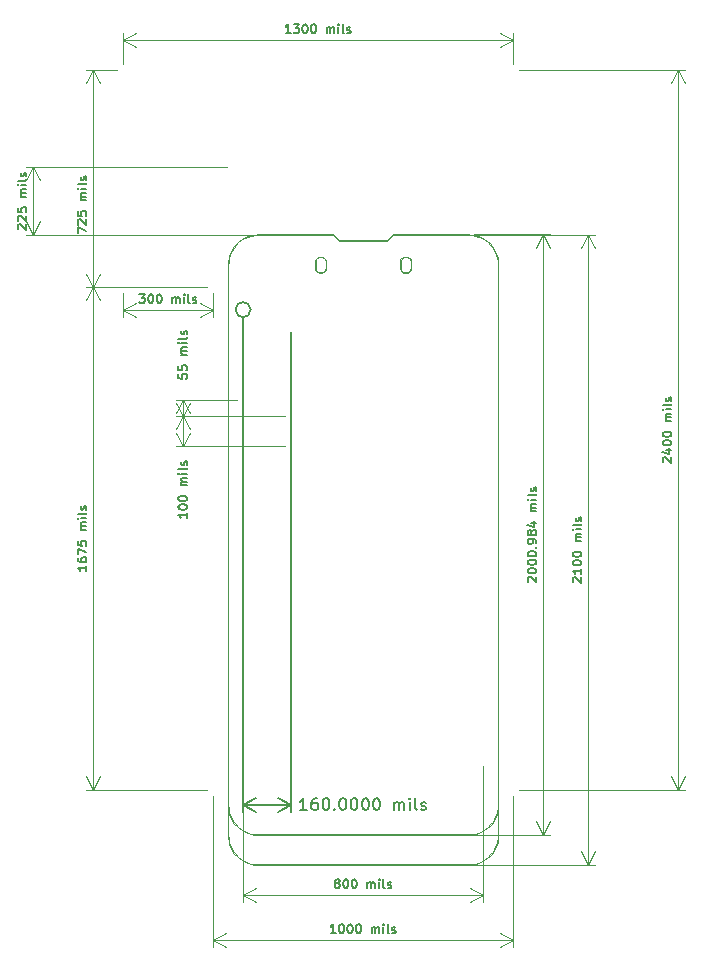
<source format=gbr>
%TF.GenerationSoftware,KiCad,Pcbnew,7.0.6*%
%TF.CreationDate,2023-11-11T00:05:15-05:00*%
%TF.ProjectId,CFL_EE_FeatherDebugShield,43464c5f-4545-45f4-9665-617468657244,v01b*%
%TF.SameCoordinates,Original*%
%TF.FileFunction,OtherDrawing,Comment*%
%FSLAX46Y46*%
G04 Gerber Fmt 4.6, Leading zero omitted, Abs format (unit mm)*
G04 Created by KiCad (PCBNEW 7.0.6) date 2023-11-11 00:05:15*
%MOMM*%
%LPD*%
G01*
G04 APERTURE LIST*
%ADD10C,0.050000*%
%ADD11C,0.150000*%
G04 APERTURE END LIST*
D10*
X100324260Y-56500573D02*
X100418062Y-56546979D01*
X93394809Y-57458102D02*
X93366590Y-57566230D01*
X93274083Y-57635191D02*
X93323283Y-57548628D01*
X92817747Y-57782790D02*
X92911270Y-57783400D01*
X87342810Y-54601135D02*
X87630000Y-54585006D01*
X99754842Y-57720154D02*
X99695229Y-57642506D01*
X85081128Y-103157274D02*
X85064999Y-102870000D01*
X85319014Y-56037099D02*
X85458153Y-55785334D01*
X106841290Y-55076420D02*
X106580915Y-54919016D01*
X107831052Y-56302834D02*
X107910681Y-56579237D01*
X92607155Y-57742938D02*
X92528669Y-57663385D01*
X99743336Y-56616041D02*
X99821949Y-56546979D01*
X86736540Y-54794125D02*
X86459085Y-54919016D01*
X98541637Y-55093006D02*
X99042322Y-54592322D01*
X85081128Y-105697274D02*
X85064999Y-105410000D01*
X85399009Y-106580940D02*
X85556413Y-106841290D01*
X100019993Y-57779996D02*
X100219993Y-57779996D01*
X105410000Y-107974892D02*
X87630000Y-107974892D01*
X93345000Y-57455003D02*
X93345000Y-56855004D01*
X100547932Y-57462064D02*
X100545011Y-57455003D01*
X99918317Y-57767957D02*
X100012932Y-57782943D01*
X93366590Y-57566230D02*
X93311345Y-57663385D01*
X85208938Y-103717090D02*
X85129309Y-103440738D01*
X93311345Y-56646597D02*
X93366590Y-56743752D01*
X106841290Y-107483656D02*
X107080812Y-107295950D01*
X85816270Y-55336262D02*
X86030750Y-55144594D01*
X99645191Y-56904534D02*
X99651795Y-56802249D01*
X100496649Y-56616041D02*
X100554688Y-56703112D01*
X92607155Y-57742938D02*
X92528669Y-57663385D01*
X85110988Y-57140323D02*
X85115001Y-57150000D01*
X107765875Y-56256530D02*
X107640984Y-55979085D01*
X85183617Y-106012996D02*
X85274135Y-106303572D01*
X87630000Y-54585006D02*
X93980000Y-54585006D01*
X100542141Y-56811342D02*
X100512550Y-56723839D01*
X107223738Y-55336262D02*
X107415406Y-55550740D01*
X100554688Y-56703112D02*
X100588216Y-56802249D01*
X92916908Y-57780199D02*
X92920007Y-57781038D01*
X93394378Y-56853480D02*
X93395013Y-56855004D01*
X87630000Y-105434892D02*
X87342810Y-105418890D01*
X100485169Y-57720154D02*
X100407495Y-57779768D01*
X105410000Y-54634994D02*
X99070363Y-54634994D01*
X107295950Y-107080812D02*
X107483580Y-106841290D01*
X92928719Y-56526608D02*
X92923106Y-56529808D01*
X105697198Y-107958890D02*
X105410000Y-107974892D01*
X93980000Y-54585006D02*
X93997678Y-54592322D01*
X99821949Y-56546979D02*
X99915726Y-56500573D01*
X93232834Y-57742938D02*
X93136415Y-57799453D01*
X92911270Y-57783400D02*
X92916908Y-57780199D01*
X100324260Y-56500573D02*
X100418062Y-56546979D01*
X100545011Y-57455003D02*
X100545011Y-56904992D01*
X92923182Y-57829755D02*
X92923106Y-57829806D01*
X92703574Y-57799453D02*
X92607155Y-57742938D01*
X100309121Y-56545048D02*
X100224539Y-56528132D01*
X86198706Y-107483656D02*
X86459085Y-107640882D01*
X85274135Y-56256530D02*
X85183617Y-56547029D01*
X100317046Y-57817233D02*
X100219993Y-57830009D01*
X107223738Y-55336262D02*
X107415406Y-55550740D01*
X85319014Y-56037099D02*
X85458153Y-55785334D01*
X105980763Y-105370630D02*
X105697198Y-105418890D01*
X92928719Y-57783400D02*
X93022242Y-57782790D01*
X92721760Y-57756374D02*
X92817747Y-57782790D01*
X85458153Y-55785334D02*
X85624601Y-55550740D01*
X92811346Y-57829069D02*
X92703574Y-57799453D01*
X105410000Y-105385108D02*
X105419677Y-105388918D01*
X99695000Y-56904992D02*
X99695000Y-57455003D01*
X107765875Y-103763572D02*
X107856376Y-103472996D01*
X93366590Y-56743752D02*
X93394809Y-56851906D01*
X106774666Y-107581954D02*
X106522901Y-107720892D01*
X100542141Y-56811342D02*
X100512550Y-56723839D01*
X107974994Y-57150000D02*
X107974994Y-102870000D01*
X92916908Y-56480202D02*
X92920007Y-56480202D01*
X107910681Y-56579237D02*
X107958865Y-56862802D01*
X92445205Y-56851906D02*
X92473424Y-56743752D01*
X100486210Y-57648399D02*
X100532946Y-57556679D01*
X85115001Y-102870000D02*
X85110988Y-102879652D01*
X92516706Y-57548628D02*
X92565931Y-57635191D01*
X92445002Y-56855004D02*
X92445637Y-56853480D01*
X100317046Y-57817233D02*
X100219993Y-57830009D01*
X92565931Y-56674817D02*
X92516706Y-56761355D01*
X105410000Y-105434892D02*
X87630000Y-105434892D01*
X85183617Y-103472996D02*
X85274135Y-103763572D01*
X99695000Y-56904992D02*
X99695000Y-57455003D01*
X86030750Y-107415330D02*
X85816270Y-107223814D01*
X86782834Y-107831128D02*
X86517088Y-107720892D01*
X100545341Y-56904179D02*
X100545062Y-56903341D01*
X107856376Y-56547029D02*
X107765875Y-56256530D01*
X100413414Y-57721221D02*
X100486210Y-57648399D01*
X85128773Y-105713784D02*
X85183617Y-106012996D01*
X106257166Y-54728948D02*
X106522901Y-54839006D01*
X93323283Y-57548628D02*
X93346676Y-57459042D01*
X92516706Y-56761355D02*
X92493338Y-56850966D01*
X92920007Y-56528945D02*
X92916908Y-56529808D01*
X107910681Y-56579237D02*
X107958865Y-56862802D01*
X85115001Y-105410000D02*
X85110988Y-105419652D01*
X106841290Y-104943656D02*
X107080812Y-104755950D01*
X87342810Y-105418890D02*
X87059234Y-105370630D01*
X99695000Y-57455003D02*
X99692079Y-57462064D01*
X100224539Y-56528132D02*
X100219993Y-56530011D01*
X85458153Y-55785334D02*
X85624601Y-55550740D01*
X93311345Y-57663385D02*
X93232834Y-57742938D01*
X100018342Y-56480050D02*
X100019180Y-56480329D01*
X99922940Y-57817233D02*
X99832490Y-57779768D01*
X86030750Y-55144594D02*
X86265338Y-54978148D01*
X86198706Y-104943656D02*
X86459085Y-105100882D01*
X92703574Y-56510555D02*
X92811346Y-56480913D01*
X93395013Y-57455003D02*
X93394378Y-57456527D01*
X100019993Y-57779996D02*
X100219993Y-57779996D01*
X92916832Y-57829755D02*
X92811346Y-57829069D01*
X92721760Y-56553608D02*
X92635857Y-56603951D01*
X92445002Y-56855004D02*
X92445637Y-56853480D01*
X92916908Y-57780199D02*
X92920007Y-57781038D01*
X99644987Y-57455003D02*
X99644987Y-56904992D01*
X86736540Y-105225850D02*
X87027022Y-105316274D01*
X92920007Y-57829780D02*
X92916908Y-57829806D01*
X100391925Y-56585993D02*
X100309121Y-56545048D01*
X107929020Y-105419652D02*
X107925006Y-105410000D01*
X107223738Y-107223814D02*
X107009260Y-107415330D01*
X105410000Y-107925108D02*
X105419677Y-107928918D01*
X92445637Y-57456527D02*
X92445002Y-57455003D01*
X87342810Y-107958890D02*
X87059234Y-107910630D01*
X100545062Y-56903341D02*
X100547703Y-56897956D01*
X106303470Y-105225850D02*
X106580915Y-105100882D01*
X106774666Y-54978148D02*
X107009260Y-55144594D01*
X99694949Y-56903341D02*
X99694670Y-56904179D01*
X87630000Y-105385108D02*
X105410000Y-105385108D01*
X106012971Y-107856274D02*
X106303470Y-107765850D01*
X86736540Y-107765850D02*
X87027022Y-107856274D01*
X85319014Y-103983028D02*
X85208938Y-103717090D01*
X85081128Y-56862802D02*
X85129309Y-56579237D01*
X87630000Y-54634994D02*
X87620315Y-54630980D01*
X92923106Y-56480202D02*
X92923182Y-56480227D01*
X93345000Y-56855004D02*
X93346676Y-56850966D01*
X100545011Y-56904992D02*
X100545341Y-56904179D01*
X99060000Y-54585006D02*
X105410000Y-54585006D01*
X100221669Y-56480050D02*
X100324260Y-56500573D01*
X85399009Y-55979085D02*
X85274135Y-56256530D01*
X100220831Y-56480329D02*
X100221669Y-56480050D01*
X87620315Y-107928918D02*
X87630000Y-107925108D01*
X100544757Y-57642506D02*
X100485169Y-57720154D01*
X93204132Y-57706031D02*
X93274083Y-57635191D01*
X92811346Y-56480913D02*
X92916832Y-56480227D01*
X93394809Y-56851906D02*
X93394378Y-56853480D01*
X107910681Y-105980738D02*
X107831052Y-106257090D01*
X99695229Y-57642506D02*
X99657789Y-57552057D01*
X92494989Y-57455003D02*
X92493338Y-57459042D01*
X100532946Y-57556679D02*
X100547932Y-57462064D01*
X100594998Y-56904992D02*
X100594998Y-57455003D01*
X92811346Y-56480913D02*
X92916832Y-56480227D01*
X85556413Y-55718710D02*
X85399009Y-55979085D01*
X93028668Y-56480913D02*
X93136415Y-56510555D01*
X85399009Y-55979085D02*
X85274135Y-56256530D01*
X100219993Y-57830009D02*
X100019993Y-57830009D01*
X85744055Y-55479188D02*
X85556413Y-55718710D01*
X85959198Y-55264050D02*
X85744055Y-55479188D01*
X93274083Y-56674817D02*
X93204132Y-56603951D01*
X93323283Y-56761355D02*
X93274083Y-56674817D01*
X99727461Y-56723839D02*
X99697870Y-56811342D01*
X87059234Y-54649319D02*
X87342810Y-54601135D01*
X93274083Y-57635191D02*
X93323283Y-57548628D01*
X98552000Y-55142994D02*
X94488000Y-55142994D01*
X85128773Y-56846292D02*
X85110988Y-57140323D01*
X93345000Y-57455003D02*
X93345000Y-56855004D01*
X107856376Y-103472996D02*
X107911214Y-103173784D01*
X86030750Y-55144594D02*
X86265338Y-54978148D01*
X93997678Y-54592322D02*
X94498363Y-55093006D01*
X106522901Y-54839006D02*
X106774666Y-54978148D01*
X100485169Y-57720154D02*
X100407495Y-57779768D01*
X107640984Y-55979085D02*
X107483580Y-55718710D01*
X100554688Y-56703112D02*
X100588216Y-56802249D01*
X105713708Y-107911138D02*
X106012971Y-107856274D01*
X85458153Y-106774742D02*
X85319014Y-106523028D01*
X92916908Y-57829806D02*
X92916832Y-57829755D01*
X92817747Y-56527217D02*
X92721760Y-56553608D01*
X105419677Y-105388918D02*
X105713708Y-105371138D01*
X92635857Y-56603951D02*
X92565931Y-56674817D01*
X92928719Y-56526608D02*
X92923106Y-56529808D01*
X93028668Y-56480913D02*
X93136415Y-56510555D01*
X85129309Y-103440738D02*
X85081128Y-103157274D01*
X100512550Y-56723839D02*
X100461318Y-56646978D01*
X87342810Y-54601135D02*
X87630000Y-54585006D01*
X100594998Y-57455003D02*
X100582222Y-57552057D01*
X100224539Y-56528132D02*
X100219993Y-56530011D01*
X106580915Y-105100882D02*
X106841290Y-104943656D01*
X99753801Y-57648399D02*
X99826597Y-57721221D01*
X85274135Y-103763572D02*
X85399009Y-104040940D01*
X86517088Y-54839006D02*
X86782834Y-54728948D01*
X106257166Y-105291128D02*
X105980763Y-105370630D01*
X100019180Y-56480329D02*
X100019993Y-56479999D01*
X99922940Y-57817233D02*
X99832490Y-57779768D01*
X107581852Y-104234742D02*
X107415406Y-104469184D01*
X85064999Y-105410000D02*
X85064999Y-57150000D01*
X92916908Y-56529808D02*
X92911270Y-56526608D01*
X93136415Y-57799453D02*
X93028668Y-57829069D01*
X99754842Y-57720154D02*
X99695229Y-57642506D01*
X93346676Y-57459042D02*
X93345000Y-57455003D01*
X107911214Y-56846292D02*
X107856376Y-56547029D01*
X93022242Y-57782790D02*
X93118254Y-57756374D01*
X87620315Y-105388918D02*
X87630000Y-105385108D01*
X93232834Y-56567070D02*
X93311345Y-56646597D01*
X86265338Y-54978148D02*
X86517088Y-54839006D01*
X85115001Y-57150000D02*
X85115001Y-102870000D01*
X99644987Y-56904992D02*
X99645191Y-56904534D01*
X107958865Y-103157274D02*
X107910681Y-103440738D01*
X107640984Y-55979085D02*
X107483580Y-55718710D01*
X107483580Y-55718710D02*
X107295950Y-55479188D01*
X85110988Y-105419652D02*
X85128773Y-105713784D01*
X98569678Y-55135678D02*
X98552000Y-55142994D01*
X92565931Y-57635191D02*
X92635857Y-57706031D01*
X100219993Y-56479999D02*
X100220831Y-56480329D01*
X92473424Y-56743752D02*
X92528669Y-56646597D01*
X99821949Y-56546979D02*
X99915726Y-56500573D01*
X99832490Y-57779768D02*
X99754842Y-57720154D01*
X92565931Y-56674817D02*
X92516706Y-56761355D01*
X99692079Y-57462064D02*
X99707065Y-57556679D01*
X86030750Y-104875330D02*
X85816270Y-104683814D01*
X92445205Y-57458102D02*
X92445637Y-57456527D01*
X99651795Y-56802249D02*
X99685297Y-56703112D01*
X100545011Y-57455003D02*
X100545011Y-56904992D01*
X93969637Y-54634994D02*
X87630000Y-54634994D01*
X99657789Y-57552057D02*
X99644987Y-57455003D01*
X105410000Y-54585006D02*
X105697198Y-54601135D01*
X86782834Y-54728948D02*
X87059234Y-54649319D01*
X93118254Y-56553608D02*
X93022242Y-56527217D01*
X99685297Y-56703112D02*
X99743336Y-56616041D01*
X100309121Y-56545048D02*
X100224539Y-56528132D01*
X107831052Y-103717090D02*
X107720994Y-103983028D01*
X99915726Y-56500573D02*
X100018342Y-56480050D01*
X93028668Y-57829069D02*
X92923182Y-57829755D01*
X87059234Y-107910630D02*
X86782834Y-107831128D01*
X106580915Y-54919016D02*
X106303470Y-54794125D01*
X93232834Y-57742938D02*
X93136415Y-57799453D01*
X106012971Y-54703624D02*
X105713708Y-54648786D01*
X107925006Y-105410000D02*
X107925006Y-57150000D01*
X100219993Y-57779996D02*
X100227079Y-57782943D01*
X85208938Y-56302834D02*
X85319014Y-56037099D01*
X93118254Y-57756374D02*
X93204132Y-57706031D01*
X87620315Y-54630980D02*
X87326295Y-54648786D01*
X85081128Y-56862802D02*
X85129309Y-56579237D01*
X107958865Y-56862802D02*
X107974994Y-57150000D01*
X92923106Y-57829806D02*
X92920007Y-57829780D01*
X93394809Y-56851906D02*
X93394378Y-56853480D01*
X100219993Y-57830009D02*
X100019993Y-57830009D01*
X94470322Y-55135678D02*
X93969637Y-54634994D01*
X92635857Y-57706031D02*
X92721760Y-57756374D01*
X85624601Y-55550740D02*
X85816270Y-55336262D01*
X87326295Y-54648786D02*
X87027022Y-54703624D01*
X100594998Y-57455003D02*
X100582222Y-57552057D01*
X99644987Y-56904992D02*
X99645191Y-56904534D01*
X99657789Y-57552057D02*
X99644987Y-57455003D01*
X107223738Y-104683814D02*
X107009260Y-104875330D01*
X107765875Y-56256530D02*
X107640984Y-55979085D01*
X86198706Y-55076420D02*
X85959198Y-55264050D01*
X107929020Y-102879652D02*
X107925006Y-102870000D01*
X93028668Y-57829069D02*
X92923182Y-57829755D01*
X100015472Y-56528132D02*
X99930890Y-56545048D01*
X93980000Y-54585006D02*
X93997678Y-54592322D01*
X92923182Y-56480227D02*
X93028668Y-56480913D01*
X106012971Y-105316274D02*
X106303470Y-105225850D01*
X94470322Y-55135678D02*
X93969637Y-54634994D01*
X85959198Y-107295950D02*
X86198706Y-107483656D01*
X92916832Y-56480227D02*
X92916908Y-56480202D01*
X93274083Y-56674817D02*
X93204132Y-56603951D01*
X100019180Y-56480329D02*
X100019993Y-56479999D01*
X93323283Y-57548628D02*
X93346676Y-57459042D01*
X87630000Y-107925108D02*
X105410000Y-107925108D01*
X92920007Y-57781038D02*
X92923106Y-57780199D01*
X93136415Y-56510555D02*
X93232834Y-56567070D01*
X99060000Y-54585006D02*
X105410000Y-54585006D01*
X92528669Y-57663385D02*
X92473424Y-57566230D01*
X107295950Y-55479188D02*
X107080812Y-55264050D01*
X87630000Y-54585006D02*
X93980000Y-54585006D01*
X107831052Y-56302834D02*
X107910681Y-56579237D01*
X100019993Y-56479999D02*
X100219993Y-56479999D01*
X100019993Y-56479999D02*
X100219993Y-56479999D01*
X107415406Y-55550740D02*
X107581852Y-55785334D01*
X92911270Y-57783400D02*
X92916908Y-57780199D01*
X93118254Y-57756374D02*
X93204132Y-57706031D01*
X92445205Y-56851906D02*
X92473424Y-56743752D01*
X107958865Y-56862802D02*
X107974994Y-57150000D01*
X106257166Y-107831128D02*
X105980763Y-107910630D01*
X93204132Y-56603951D02*
X93118254Y-56553608D01*
X107080812Y-55264050D02*
X106841290Y-55076420D01*
X100545341Y-56904179D02*
X100545062Y-56903341D01*
X93395013Y-57455003D02*
X93394378Y-57456527D01*
X107581852Y-55785334D02*
X107720994Y-56037099D01*
X100461318Y-56646978D02*
X100391925Y-56585993D01*
X92607155Y-56567070D02*
X92703574Y-56510555D01*
X94498363Y-55093006D02*
X98541637Y-55093006D01*
X99692282Y-56897956D02*
X99694949Y-56903341D01*
X100012932Y-57782943D02*
X100019993Y-57779996D01*
X105697198Y-105418890D02*
X105410000Y-105434892D01*
X99645191Y-56904534D02*
X99651795Y-56802249D01*
X100413414Y-57721221D02*
X100486210Y-57648399D01*
X92493338Y-57459042D02*
X92516706Y-57548628D01*
X92923106Y-57829806D02*
X92920007Y-57829780D01*
X107483580Y-55718710D02*
X107295950Y-55479188D01*
X93346676Y-57459042D02*
X93345000Y-57455003D01*
X106522901Y-107720892D02*
X106257166Y-107831128D01*
X107009260Y-55144594D02*
X107223738Y-55336262D01*
X85208938Y-56302834D02*
X85319014Y-56037099D01*
X100219993Y-56479999D02*
X100220831Y-56480329D01*
X92811346Y-57829069D02*
X92703574Y-57799453D01*
X93022242Y-56527217D02*
X92928719Y-56526608D01*
X99644987Y-57455003D02*
X99644987Y-56904992D01*
X99743336Y-56616041D02*
X99821949Y-56546979D01*
X100219993Y-57779996D02*
X100227079Y-57782943D01*
X92928719Y-57783400D02*
X93022242Y-57782790D01*
X92445637Y-56853480D02*
X92445205Y-56851906D01*
X93346676Y-56850966D02*
X93323283Y-56761355D01*
X107925006Y-102870000D02*
X107925006Y-57150000D01*
X107080812Y-104755950D02*
X107295950Y-104540812D01*
X99826597Y-57721221D02*
X99918317Y-57767957D01*
X100019993Y-56530011D02*
X100015472Y-56528132D01*
X92473424Y-57566230D02*
X92445205Y-57458102D01*
X93394378Y-57456527D02*
X93394809Y-57458102D01*
X85064999Y-57150000D02*
X85081128Y-56862802D01*
X87059234Y-105370630D02*
X86782834Y-105291128D01*
X100407495Y-57779768D02*
X100317046Y-57817233D01*
X100012932Y-57782943D02*
X100019993Y-57779996D01*
X85458153Y-104234742D02*
X85319014Y-103983028D01*
X105713708Y-54648786D02*
X105419677Y-54630980D01*
X86459085Y-54919016D02*
X86198706Y-55076420D01*
X85624601Y-107009184D02*
X85458153Y-106774742D01*
X93395013Y-56855004D02*
X93395013Y-57455003D01*
X87620315Y-54630980D02*
X87326295Y-54648786D01*
X87027022Y-105316274D02*
X87326295Y-105371138D01*
X100019993Y-57830009D02*
X99922940Y-57817233D01*
X105410000Y-54585006D02*
X105697198Y-54601135D01*
X85274135Y-106303572D02*
X85399009Y-106580940D01*
X105980763Y-54649319D02*
X106257166Y-54728948D01*
X99778693Y-56646978D02*
X99727461Y-56723839D01*
X99697870Y-56811342D02*
X99692282Y-56897956D01*
X107720994Y-106523028D02*
X107581852Y-106774742D01*
X107009260Y-55144594D02*
X107223738Y-55336262D01*
X92445002Y-57455003D02*
X92445002Y-56855004D01*
X92493338Y-56850966D02*
X92494989Y-56855004D01*
X92635857Y-56603951D02*
X92565931Y-56674817D01*
X85110988Y-57140323D02*
X85115001Y-57150000D01*
X87027022Y-107856274D02*
X87326295Y-107911138D01*
X107295950Y-55479188D02*
X107080812Y-55264050D01*
X107080812Y-107295950D02*
X107295950Y-107080812D01*
X107720994Y-103983028D02*
X107581852Y-104234742D01*
X99918317Y-57767957D02*
X100012932Y-57782943D01*
X107415406Y-55550740D02*
X107581852Y-55785334D01*
X86517088Y-105180892D02*
X86265338Y-105041954D01*
X87326295Y-54648786D02*
X87027022Y-54703624D01*
X100227079Y-57782943D02*
X100321694Y-57767957D01*
X100461318Y-56646978D02*
X100391925Y-56585993D01*
X85399009Y-104040940D02*
X85556413Y-104301290D01*
X100220831Y-56480329D02*
X100221669Y-56480050D01*
X93232834Y-56567070D02*
X93311345Y-56646597D01*
X92516706Y-57548628D02*
X92565931Y-57635191D01*
X106580915Y-107640882D02*
X106841290Y-107483656D01*
X107911214Y-103173784D02*
X107929020Y-102879652D01*
X87059234Y-54649319D02*
X87342810Y-54601135D01*
X93366590Y-57566230D02*
X93311345Y-57663385D01*
X99707065Y-57556679D02*
X99753801Y-57648399D01*
X92923106Y-57780199D02*
X92928719Y-57783400D01*
X99042322Y-54592322D02*
X99060000Y-54585006D01*
X107974994Y-57150000D02*
X107974994Y-105410000D01*
X100321694Y-57767957D02*
X100413414Y-57721221D01*
X92916908Y-57829806D02*
X92916832Y-57829755D01*
X100321694Y-57767957D02*
X100413414Y-57721221D01*
X85556413Y-55718710D02*
X85399009Y-55979085D01*
X93204132Y-56603951D02*
X93118254Y-56553608D01*
X85128773Y-103173784D02*
X85183617Y-103472996D01*
X105713708Y-54648786D02*
X105419677Y-54630980D01*
X99915726Y-56500573D02*
X100018342Y-56480050D01*
X86459085Y-105100882D02*
X86736540Y-105225850D01*
X92920007Y-57781038D02*
X92923106Y-57780199D01*
X92721760Y-57756374D02*
X92817747Y-57782790D01*
X85624601Y-55550740D02*
X85816270Y-55336262D01*
X98541637Y-55093006D02*
X99042322Y-54592322D01*
X107856376Y-106012996D02*
X107911214Y-105713784D01*
X99685297Y-56703112D02*
X99743336Y-56616041D01*
X106303470Y-54794125D02*
X106012971Y-54703624D01*
X93366590Y-56743752D02*
X93394809Y-56851906D01*
X100407495Y-57779768D02*
X100317046Y-57817233D01*
X85556413Y-104301290D02*
X85744055Y-104540812D01*
X107080812Y-55264050D02*
X106841290Y-55076420D01*
X106522901Y-54839006D02*
X106774666Y-54978148D01*
X107720994Y-56037099D02*
X107831052Y-56302834D01*
X92920007Y-56480202D02*
X92923106Y-56480202D01*
X85319014Y-106523028D02*
X85208938Y-106257090D01*
X86459085Y-54919016D02*
X86198706Y-55076420D01*
X98569678Y-55135678D02*
X98552000Y-55142994D01*
X92703574Y-57799453D02*
X92607155Y-57742938D01*
X107640984Y-104040940D02*
X107765875Y-103763572D01*
X93345000Y-56855004D02*
X93346676Y-56850966D01*
X93118254Y-56553608D02*
X93022242Y-56527217D01*
X107295950Y-104540812D02*
X107483580Y-104301290D01*
X94488000Y-55142994D02*
X94470322Y-55135678D01*
X93394378Y-57456527D02*
X93394809Y-57458102D01*
X92923106Y-56529808D02*
X92920007Y-56528945D01*
X99695000Y-57455003D02*
X99692079Y-57462064D01*
X92721760Y-56553608D02*
X92635857Y-56603951D01*
X106774666Y-54978148D02*
X107009260Y-55144594D01*
X100496649Y-56616041D02*
X100554688Y-56703112D01*
X99070363Y-54634994D02*
X98569678Y-55135678D01*
X105980763Y-54649319D02*
X106257166Y-54728948D01*
X92494989Y-56855004D02*
X92494989Y-57455003D01*
X93394809Y-57458102D02*
X93366590Y-57566230D01*
X107009260Y-104875330D02*
X106774666Y-105041954D01*
X105419677Y-54630980D02*
X105410000Y-54634994D01*
X92516706Y-56761355D02*
X92493338Y-56850966D01*
X99695229Y-57642506D02*
X99657789Y-57552057D01*
X107911214Y-105713784D02*
X107929020Y-105419652D01*
X92923106Y-56480202D02*
X92923182Y-56480227D01*
X107765875Y-106303572D02*
X107856376Y-106012996D01*
X93022242Y-56527217D02*
X92928719Y-56526608D01*
X100219993Y-56530011D02*
X100019993Y-56530011D01*
X100594795Y-56904534D02*
X100594998Y-56904992D01*
X92494989Y-56855004D02*
X92494989Y-57455003D01*
X99930890Y-56545048D02*
X99848086Y-56585993D01*
X100418062Y-56546979D02*
X100496649Y-56616041D01*
X93395013Y-56855004D02*
X93395013Y-57455003D01*
X94488000Y-55142994D02*
X94470322Y-55135678D01*
X87326295Y-107911138D02*
X87620315Y-107928918D01*
X92493338Y-56850966D02*
X92494989Y-56855004D01*
X86265338Y-107581954D02*
X86030750Y-107415330D01*
X92528669Y-56646597D02*
X92607155Y-56567070D01*
X92923182Y-57829755D02*
X92923106Y-57829806D01*
X86198706Y-55076420D02*
X85959198Y-55264050D01*
X106522901Y-105180892D02*
X106257166Y-105291128D01*
X100547703Y-56897956D02*
X100542141Y-56811342D01*
X85816270Y-104683814D02*
X85624601Y-104469184D01*
X100544757Y-57642506D02*
X100485169Y-57720154D01*
X92916832Y-56480227D02*
X92916908Y-56480202D01*
X100594795Y-56904534D02*
X100594998Y-56904992D01*
X92703574Y-56510555D02*
X92811346Y-56480913D01*
X106012971Y-54703624D02*
X105713708Y-54648786D01*
X107958865Y-105697274D02*
X107910681Y-105980738D01*
X93136415Y-57799453D02*
X93028668Y-57829069D01*
X92916832Y-57829755D02*
X92811346Y-57829069D01*
X92635857Y-57706031D02*
X92721760Y-57756374D01*
X100221669Y-56480050D02*
X100324260Y-56500573D01*
X100547932Y-57462064D02*
X100545011Y-57455003D01*
X99694949Y-56903341D02*
X99694670Y-56904179D01*
X86517088Y-107720892D02*
X86265338Y-107581954D01*
X107831052Y-106257090D02*
X107720994Y-106523028D01*
X92473424Y-57566230D02*
X92445205Y-57458102D01*
X85624601Y-104469184D02*
X85458153Y-104234742D01*
X107911214Y-56846292D02*
X107856376Y-56547029D01*
X100582222Y-57552057D02*
X100544757Y-57642506D01*
X85129309Y-105980738D02*
X85081128Y-105697274D01*
X86782834Y-54728948D02*
X87059234Y-54649319D01*
X93311345Y-56646597D02*
X93366590Y-56743752D01*
X85744055Y-104540812D02*
X85959198Y-104755950D01*
X87630000Y-54634994D02*
X87620315Y-54630980D01*
X92920007Y-56528945D02*
X92916908Y-56529808D01*
X100545011Y-56904992D02*
X100545341Y-56904179D01*
X99826597Y-57721221D02*
X99918317Y-57767957D01*
X85129309Y-56579237D02*
X85208938Y-56302834D01*
X85064999Y-57150000D02*
X85081128Y-56862802D01*
X99070363Y-54634994D02*
X98569678Y-55135678D01*
X100019993Y-56530011D02*
X100015472Y-56528132D01*
X99832490Y-57779768D02*
X99754842Y-57720154D01*
X106580915Y-54919016D02*
X106303470Y-54794125D01*
X100486210Y-57648399D02*
X100532946Y-57556679D01*
X99727461Y-56723839D02*
X99697870Y-56811342D01*
X86265338Y-105041954D02*
X86030750Y-104875330D01*
X100547703Y-56897956D02*
X100542141Y-56811342D01*
X107483580Y-106841290D02*
X107640984Y-106580940D01*
X107720994Y-56037099D02*
X107831052Y-56302834D01*
X99778693Y-56646978D02*
X99727461Y-56723839D01*
X92817747Y-57782790D02*
X92911270Y-57783400D01*
X107640984Y-106580940D02*
X107765875Y-106303572D01*
X99042322Y-54592322D02*
X99060000Y-54585006D01*
X85816270Y-55336262D02*
X86030750Y-55144594D01*
X100588216Y-56802249D02*
X100594795Y-56904534D01*
X105980763Y-107910630D02*
X105697198Y-107958890D01*
X105697198Y-54601135D02*
X105980763Y-54649319D01*
X85115001Y-57150000D02*
X85115001Y-105410000D01*
X93022242Y-57782790D02*
X93118254Y-57756374D01*
X107581852Y-55785334D02*
X107720994Y-56037099D01*
X107925006Y-57150000D02*
X107929020Y-57140323D01*
X92445205Y-57458102D02*
X92445637Y-57456527D01*
X100018342Y-56480050D02*
X100019180Y-56480329D01*
X87027022Y-54703624D02*
X86736540Y-54794125D01*
X100219993Y-56530011D02*
X100019993Y-56530011D01*
X85744055Y-107080812D02*
X85959198Y-107295950D01*
X86517088Y-54839006D02*
X86782834Y-54728948D01*
X92528669Y-56646597D02*
X92607155Y-56567070D01*
X107856376Y-56547029D02*
X107765875Y-56256530D01*
X93997678Y-54592322D02*
X94498363Y-55093006D01*
X107974994Y-102870000D02*
X107958865Y-103157274D01*
X99694670Y-56904179D02*
X99695000Y-56904992D01*
X107009260Y-107415330D02*
X106774666Y-107581954D01*
X85110988Y-102879652D02*
X85128773Y-103173784D01*
X99707065Y-57556679D02*
X99753801Y-57648399D01*
X107415406Y-104469184D02*
X107223738Y-104683814D01*
X100015472Y-56528132D02*
X99930890Y-56545048D01*
X92565931Y-57635191D02*
X92635857Y-57706031D01*
X85959198Y-104755950D02*
X86198706Y-104943656D01*
X85064999Y-102870000D02*
X85064999Y-57150000D01*
X93346676Y-56850966D02*
X93323283Y-56761355D01*
X107929020Y-57140323D02*
X107911214Y-56846292D01*
X92445637Y-56853480D02*
X92445205Y-56851906D01*
X87630000Y-107974892D02*
X87342810Y-107958890D01*
X100532946Y-57556679D02*
X100547932Y-57462064D01*
X99848086Y-56585993D02*
X99778693Y-56646978D01*
X93136415Y-56510555D02*
X93232834Y-56567070D01*
X93204132Y-57706031D02*
X93274083Y-57635191D01*
X98552000Y-55142994D02*
X94488000Y-55142994D01*
X99753801Y-57648399D02*
X99826597Y-57721221D01*
X92920007Y-57829780D02*
X92916908Y-57829806D01*
X107415406Y-107009184D02*
X107223738Y-107223814D01*
X92911270Y-56526608D02*
X92817747Y-56527217D01*
X92817747Y-56527217D02*
X92721760Y-56553608D01*
X85959198Y-55264050D02*
X85744055Y-55479188D01*
D11*
X86995000Y-60960000D02*
G75*
G03*
X86995000Y-60960000I-635000J0D01*
G01*
D10*
X105697198Y-54601135D02*
X105980763Y-54649319D01*
X107483580Y-104301290D02*
X107640984Y-104040940D01*
X100582222Y-57552057D02*
X100544757Y-57642506D01*
X100545062Y-56903341D02*
X100547703Y-56897956D01*
X99930890Y-56545048D02*
X99848086Y-56585993D01*
X99848086Y-56585993D02*
X99778693Y-56646978D01*
X100227079Y-57782943D02*
X100321694Y-57767957D01*
X92916908Y-56480202D02*
X92920007Y-56480202D01*
X92923106Y-56529808D02*
X92920007Y-56528945D01*
X92607155Y-56567070D02*
X92703574Y-56510555D01*
X107974994Y-105410000D02*
X107958865Y-105697274D01*
X92923182Y-56480227D02*
X93028668Y-56480913D01*
X86736540Y-54794125D02*
X86459085Y-54919016D01*
X85274135Y-56256530D02*
X85183617Y-56547029D01*
X92473424Y-56743752D02*
X92528669Y-56646597D01*
X99694670Y-56904179D02*
X99695000Y-56904992D01*
X100588216Y-56802249D02*
X100594795Y-56904534D01*
X107929020Y-57140323D02*
X107911214Y-56846292D01*
X92445002Y-57455003D02*
X92445002Y-56855004D01*
X92493338Y-57459042D02*
X92516706Y-57548628D01*
X85129309Y-56579237D02*
X85208938Y-56302834D01*
X107910681Y-103440738D02*
X107831052Y-103717090D01*
X100391925Y-56585993D02*
X100309121Y-56545048D01*
X86459085Y-107640882D02*
X86736540Y-107765850D01*
X106774666Y-105041954D02*
X106522901Y-105180892D01*
X85208938Y-106257090D02*
X85129309Y-105980738D01*
X94498363Y-55093006D02*
X98541637Y-55093006D01*
X100019993Y-57830009D02*
X99922940Y-57817233D01*
X85744055Y-55479188D02*
X85556413Y-55718710D01*
X85556413Y-106841290D02*
X85744055Y-107080812D01*
X106303470Y-107765850D02*
X106580915Y-107640882D01*
X107925006Y-57150000D02*
X107929020Y-57140323D01*
X99697870Y-56811342D02*
X99692282Y-56897956D01*
X105410000Y-54634994D02*
X99070363Y-54634994D01*
X100594998Y-56904992D02*
X100594998Y-57455003D01*
X105713708Y-105371138D02*
X106012971Y-105316274D01*
X92445637Y-57456527D02*
X92445002Y-57455003D01*
X92528669Y-57663385D02*
X92473424Y-57566230D01*
X100418062Y-56546979D02*
X100496649Y-56616041D01*
X85183617Y-56547029D02*
X85128773Y-56846292D01*
X85128773Y-56846292D02*
X85110988Y-57140323D01*
X85183617Y-56547029D02*
X85128773Y-56846292D01*
X100512550Y-56723839D02*
X100461318Y-56646978D01*
X105419677Y-107928918D02*
X105713708Y-107911138D01*
X93394378Y-56853480D02*
X93395013Y-56855004D01*
X106257166Y-54728948D02*
X106522901Y-54839006D01*
X85816270Y-107223814D02*
X85624601Y-107009184D01*
X92920007Y-56480202D02*
X92923106Y-56480202D01*
X92923106Y-57780199D02*
X92928719Y-57783400D01*
X87326295Y-105371138D02*
X87620315Y-105388918D01*
X92916908Y-56529808D02*
X92911270Y-56526608D01*
X93323283Y-56761355D02*
X93274083Y-56674817D01*
X106303470Y-54794125D02*
X106012971Y-54703624D01*
X86265338Y-54978148D02*
X86517088Y-54839006D01*
X93311345Y-57663385D02*
X93232834Y-57742938D01*
X86782834Y-105291128D02*
X86517088Y-105180892D01*
X106841290Y-55076420D02*
X106580915Y-54919016D01*
X93969637Y-54634994D02*
X87630000Y-54634994D01*
X99692282Y-56897956D02*
X99694949Y-56903341D01*
X99692079Y-57462064D02*
X99707065Y-57556679D01*
X92494989Y-57455003D02*
X92493338Y-57459042D01*
X105419677Y-54630980D02*
X105410000Y-54634994D01*
X87027022Y-54703624D02*
X86736540Y-54794125D01*
X99651795Y-56802249D02*
X99685297Y-56703112D01*
X107581852Y-106774742D02*
X107415406Y-107009184D01*
X92911270Y-56526608D02*
X92817747Y-56527217D01*
D11*
X121950592Y-73870000D02*
X121914878Y-73834286D01*
X121914878Y-73834286D02*
X121879164Y-73762858D01*
X121879164Y-73762858D02*
X121879164Y-73584286D01*
X121879164Y-73584286D02*
X121914878Y-73512858D01*
X121914878Y-73512858D02*
X121950592Y-73477143D01*
X121950592Y-73477143D02*
X122022021Y-73441429D01*
X122022021Y-73441429D02*
X122093450Y-73441429D01*
X122093450Y-73441429D02*
X122200592Y-73477143D01*
X122200592Y-73477143D02*
X122629164Y-73905715D01*
X122629164Y-73905715D02*
X122629164Y-73441429D01*
X122129164Y-72798572D02*
X122629164Y-72798572D01*
X121843450Y-72977143D02*
X122379164Y-73155714D01*
X122379164Y-73155714D02*
X122379164Y-72691429D01*
X121879164Y-72262857D02*
X121879164Y-72191428D01*
X121879164Y-72191428D02*
X121914878Y-72120000D01*
X121914878Y-72120000D02*
X121950592Y-72084286D01*
X121950592Y-72084286D02*
X122022021Y-72048571D01*
X122022021Y-72048571D02*
X122164878Y-72012857D01*
X122164878Y-72012857D02*
X122343450Y-72012857D01*
X122343450Y-72012857D02*
X122486307Y-72048571D01*
X122486307Y-72048571D02*
X122557735Y-72084286D01*
X122557735Y-72084286D02*
X122593450Y-72120000D01*
X122593450Y-72120000D02*
X122629164Y-72191428D01*
X122629164Y-72191428D02*
X122629164Y-72262857D01*
X122629164Y-72262857D02*
X122593450Y-72334286D01*
X122593450Y-72334286D02*
X122557735Y-72370000D01*
X122557735Y-72370000D02*
X122486307Y-72405714D01*
X122486307Y-72405714D02*
X122343450Y-72441428D01*
X122343450Y-72441428D02*
X122164878Y-72441428D01*
X122164878Y-72441428D02*
X122022021Y-72405714D01*
X122022021Y-72405714D02*
X121950592Y-72370000D01*
X121950592Y-72370000D02*
X121914878Y-72334286D01*
X121914878Y-72334286D02*
X121879164Y-72262857D01*
X121879164Y-71548571D02*
X121879164Y-71477142D01*
X121879164Y-71477142D02*
X121914878Y-71405714D01*
X121914878Y-71405714D02*
X121950592Y-71370000D01*
X121950592Y-71370000D02*
X122022021Y-71334285D01*
X122022021Y-71334285D02*
X122164878Y-71298571D01*
X122164878Y-71298571D02*
X122343450Y-71298571D01*
X122343450Y-71298571D02*
X122486307Y-71334285D01*
X122486307Y-71334285D02*
X122557735Y-71370000D01*
X122557735Y-71370000D02*
X122593450Y-71405714D01*
X122593450Y-71405714D02*
X122629164Y-71477142D01*
X122629164Y-71477142D02*
X122629164Y-71548571D01*
X122629164Y-71548571D02*
X122593450Y-71620000D01*
X122593450Y-71620000D02*
X122557735Y-71655714D01*
X122557735Y-71655714D02*
X122486307Y-71691428D01*
X122486307Y-71691428D02*
X122343450Y-71727142D01*
X122343450Y-71727142D02*
X122164878Y-71727142D01*
X122164878Y-71727142D02*
X122022021Y-71691428D01*
X122022021Y-71691428D02*
X121950592Y-71655714D01*
X121950592Y-71655714D02*
X121914878Y-71620000D01*
X121914878Y-71620000D02*
X121879164Y-71548571D01*
X122629164Y-70405713D02*
X122129164Y-70405713D01*
X122200592Y-70405713D02*
X122164878Y-70369999D01*
X122164878Y-70369999D02*
X122129164Y-70298570D01*
X122129164Y-70298570D02*
X122129164Y-70191427D01*
X122129164Y-70191427D02*
X122164878Y-70119999D01*
X122164878Y-70119999D02*
X122236307Y-70084285D01*
X122236307Y-70084285D02*
X122629164Y-70084285D01*
X122236307Y-70084285D02*
X122164878Y-70048570D01*
X122164878Y-70048570D02*
X122129164Y-69977142D01*
X122129164Y-69977142D02*
X122129164Y-69869999D01*
X122129164Y-69869999D02*
X122164878Y-69798570D01*
X122164878Y-69798570D02*
X122236307Y-69762856D01*
X122236307Y-69762856D02*
X122629164Y-69762856D01*
X122629164Y-69405713D02*
X122129164Y-69405713D01*
X121879164Y-69405713D02*
X121914878Y-69441427D01*
X121914878Y-69441427D02*
X121950592Y-69405713D01*
X121950592Y-69405713D02*
X121914878Y-69369999D01*
X121914878Y-69369999D02*
X121879164Y-69405713D01*
X121879164Y-69405713D02*
X121950592Y-69405713D01*
X122629164Y-68941427D02*
X122593450Y-69012856D01*
X122593450Y-69012856D02*
X122522021Y-69048570D01*
X122522021Y-69048570D02*
X121879164Y-69048570D01*
X122593450Y-68691427D02*
X122629164Y-68619999D01*
X122629164Y-68619999D02*
X122629164Y-68477142D01*
X122629164Y-68477142D02*
X122593450Y-68405713D01*
X122593450Y-68405713D02*
X122522021Y-68369999D01*
X122522021Y-68369999D02*
X122486307Y-68369999D01*
X122486307Y-68369999D02*
X122414878Y-68405713D01*
X122414878Y-68405713D02*
X122379164Y-68477142D01*
X122379164Y-68477142D02*
X122379164Y-68584285D01*
X122379164Y-68584285D02*
X122343450Y-68655713D01*
X122343450Y-68655713D02*
X122272021Y-68691427D01*
X122272021Y-68691427D02*
X122236307Y-68691427D01*
X122236307Y-68691427D02*
X122164878Y-68655713D01*
X122164878Y-68655713D02*
X122129164Y-68584285D01*
X122129164Y-68584285D02*
X122129164Y-68477142D01*
X122129164Y-68477142D02*
X122164878Y-68405713D01*
D10*
X109720000Y-40640000D02*
X123776420Y-40640000D01*
X123776420Y-101600000D02*
X109720000Y-101600000D01*
X123190000Y-40640000D02*
X123190000Y-101600000D01*
X123190000Y-40640000D02*
X123190000Y-101600000D01*
X123190000Y-40640000D02*
X123776421Y-41766504D01*
X123190000Y-40640000D02*
X122603579Y-41766504D01*
X123190000Y-101600000D02*
X122603579Y-100473496D01*
X123190000Y-101600000D02*
X123776421Y-100473496D01*
D11*
X67340592Y-54145357D02*
X67304878Y-54109643D01*
X67304878Y-54109643D02*
X67269164Y-54038215D01*
X67269164Y-54038215D02*
X67269164Y-53859643D01*
X67269164Y-53859643D02*
X67304878Y-53788215D01*
X67304878Y-53788215D02*
X67340592Y-53752500D01*
X67340592Y-53752500D02*
X67412021Y-53716786D01*
X67412021Y-53716786D02*
X67483450Y-53716786D01*
X67483450Y-53716786D02*
X67590592Y-53752500D01*
X67590592Y-53752500D02*
X68019164Y-54181072D01*
X68019164Y-54181072D02*
X68019164Y-53716786D01*
X67340592Y-53431071D02*
X67304878Y-53395357D01*
X67304878Y-53395357D02*
X67269164Y-53323929D01*
X67269164Y-53323929D02*
X67269164Y-53145357D01*
X67269164Y-53145357D02*
X67304878Y-53073929D01*
X67304878Y-53073929D02*
X67340592Y-53038214D01*
X67340592Y-53038214D02*
X67412021Y-53002500D01*
X67412021Y-53002500D02*
X67483450Y-53002500D01*
X67483450Y-53002500D02*
X67590592Y-53038214D01*
X67590592Y-53038214D02*
X68019164Y-53466786D01*
X68019164Y-53466786D02*
X68019164Y-53002500D01*
X67269164Y-52323928D02*
X67269164Y-52681071D01*
X67269164Y-52681071D02*
X67626307Y-52716785D01*
X67626307Y-52716785D02*
X67590592Y-52681071D01*
X67590592Y-52681071D02*
X67554878Y-52609643D01*
X67554878Y-52609643D02*
X67554878Y-52431071D01*
X67554878Y-52431071D02*
X67590592Y-52359643D01*
X67590592Y-52359643D02*
X67626307Y-52323928D01*
X67626307Y-52323928D02*
X67697735Y-52288214D01*
X67697735Y-52288214D02*
X67876307Y-52288214D01*
X67876307Y-52288214D02*
X67947735Y-52323928D01*
X67947735Y-52323928D02*
X67983450Y-52359643D01*
X67983450Y-52359643D02*
X68019164Y-52431071D01*
X68019164Y-52431071D02*
X68019164Y-52609643D01*
X68019164Y-52609643D02*
X67983450Y-52681071D01*
X67983450Y-52681071D02*
X67947735Y-52716785D01*
X68019164Y-51395356D02*
X67519164Y-51395356D01*
X67590592Y-51395356D02*
X67554878Y-51359642D01*
X67554878Y-51359642D02*
X67519164Y-51288213D01*
X67519164Y-51288213D02*
X67519164Y-51181070D01*
X67519164Y-51181070D02*
X67554878Y-51109642D01*
X67554878Y-51109642D02*
X67626307Y-51073928D01*
X67626307Y-51073928D02*
X68019164Y-51073928D01*
X67626307Y-51073928D02*
X67554878Y-51038213D01*
X67554878Y-51038213D02*
X67519164Y-50966785D01*
X67519164Y-50966785D02*
X67519164Y-50859642D01*
X67519164Y-50859642D02*
X67554878Y-50788213D01*
X67554878Y-50788213D02*
X67626307Y-50752499D01*
X67626307Y-50752499D02*
X68019164Y-50752499D01*
X68019164Y-50395356D02*
X67519164Y-50395356D01*
X67269164Y-50395356D02*
X67304878Y-50431070D01*
X67304878Y-50431070D02*
X67340592Y-50395356D01*
X67340592Y-50395356D02*
X67304878Y-50359642D01*
X67304878Y-50359642D02*
X67269164Y-50395356D01*
X67269164Y-50395356D02*
X67340592Y-50395356D01*
X68019164Y-49931070D02*
X67983450Y-50002499D01*
X67983450Y-50002499D02*
X67912021Y-50038213D01*
X67912021Y-50038213D02*
X67269164Y-50038213D01*
X67983450Y-49681070D02*
X68019164Y-49609642D01*
X68019164Y-49609642D02*
X68019164Y-49466785D01*
X68019164Y-49466785D02*
X67983450Y-49395356D01*
X67983450Y-49395356D02*
X67912021Y-49359642D01*
X67912021Y-49359642D02*
X67876307Y-49359642D01*
X67876307Y-49359642D02*
X67804878Y-49395356D01*
X67804878Y-49395356D02*
X67769164Y-49466785D01*
X67769164Y-49466785D02*
X67769164Y-49573928D01*
X67769164Y-49573928D02*
X67733450Y-49645356D01*
X67733450Y-49645356D02*
X67662021Y-49681070D01*
X67662021Y-49681070D02*
X67626307Y-49681070D01*
X67626307Y-49681070D02*
X67554878Y-49645356D01*
X67554878Y-49645356D02*
X67519164Y-49573928D01*
X67519164Y-49573928D02*
X67519164Y-49466785D01*
X67519164Y-49466785D02*
X67554878Y-49395356D01*
D10*
X87765000Y-54610000D02*
X67993580Y-54610000D01*
X67993580Y-48895000D02*
X85025000Y-48895000D01*
X68580000Y-54610000D02*
X68580000Y-48895000D01*
X68580000Y-54610000D02*
X68580000Y-48895000D01*
X68580000Y-54610000D02*
X67993579Y-53483496D01*
X68580000Y-54610000D02*
X69166421Y-53483496D01*
X68580000Y-48895000D02*
X69166421Y-50021504D01*
X68580000Y-48895000D02*
X67993579Y-50021504D01*
D11*
X81619164Y-78164286D02*
X81619164Y-78592857D01*
X81619164Y-78378572D02*
X80869164Y-78378572D01*
X80869164Y-78378572D02*
X80976307Y-78450000D01*
X80976307Y-78450000D02*
X81047735Y-78521429D01*
X81047735Y-78521429D02*
X81083450Y-78592857D01*
X80869164Y-77700000D02*
X80869164Y-77628571D01*
X80869164Y-77628571D02*
X80904878Y-77557143D01*
X80904878Y-77557143D02*
X80940592Y-77521429D01*
X80940592Y-77521429D02*
X81012021Y-77485714D01*
X81012021Y-77485714D02*
X81154878Y-77450000D01*
X81154878Y-77450000D02*
X81333450Y-77450000D01*
X81333450Y-77450000D02*
X81476307Y-77485714D01*
X81476307Y-77485714D02*
X81547735Y-77521429D01*
X81547735Y-77521429D02*
X81583450Y-77557143D01*
X81583450Y-77557143D02*
X81619164Y-77628571D01*
X81619164Y-77628571D02*
X81619164Y-77700000D01*
X81619164Y-77700000D02*
X81583450Y-77771429D01*
X81583450Y-77771429D02*
X81547735Y-77807143D01*
X81547735Y-77807143D02*
X81476307Y-77842857D01*
X81476307Y-77842857D02*
X81333450Y-77878571D01*
X81333450Y-77878571D02*
X81154878Y-77878571D01*
X81154878Y-77878571D02*
X81012021Y-77842857D01*
X81012021Y-77842857D02*
X80940592Y-77807143D01*
X80940592Y-77807143D02*
X80904878Y-77771429D01*
X80904878Y-77771429D02*
X80869164Y-77700000D01*
X80869164Y-76985714D02*
X80869164Y-76914285D01*
X80869164Y-76914285D02*
X80904878Y-76842857D01*
X80904878Y-76842857D02*
X80940592Y-76807143D01*
X80940592Y-76807143D02*
X81012021Y-76771428D01*
X81012021Y-76771428D02*
X81154878Y-76735714D01*
X81154878Y-76735714D02*
X81333450Y-76735714D01*
X81333450Y-76735714D02*
X81476307Y-76771428D01*
X81476307Y-76771428D02*
X81547735Y-76807143D01*
X81547735Y-76807143D02*
X81583450Y-76842857D01*
X81583450Y-76842857D02*
X81619164Y-76914285D01*
X81619164Y-76914285D02*
X81619164Y-76985714D01*
X81619164Y-76985714D02*
X81583450Y-77057143D01*
X81583450Y-77057143D02*
X81547735Y-77092857D01*
X81547735Y-77092857D02*
X81476307Y-77128571D01*
X81476307Y-77128571D02*
X81333450Y-77164285D01*
X81333450Y-77164285D02*
X81154878Y-77164285D01*
X81154878Y-77164285D02*
X81012021Y-77128571D01*
X81012021Y-77128571D02*
X80940592Y-77092857D01*
X80940592Y-77092857D02*
X80904878Y-77057143D01*
X80904878Y-77057143D02*
X80869164Y-76985714D01*
X81619164Y-75842856D02*
X81119164Y-75842856D01*
X81190592Y-75842856D02*
X81154878Y-75807142D01*
X81154878Y-75807142D02*
X81119164Y-75735713D01*
X81119164Y-75735713D02*
X81119164Y-75628570D01*
X81119164Y-75628570D02*
X81154878Y-75557142D01*
X81154878Y-75557142D02*
X81226307Y-75521428D01*
X81226307Y-75521428D02*
X81619164Y-75521428D01*
X81226307Y-75521428D02*
X81154878Y-75485713D01*
X81154878Y-75485713D02*
X81119164Y-75414285D01*
X81119164Y-75414285D02*
X81119164Y-75307142D01*
X81119164Y-75307142D02*
X81154878Y-75235713D01*
X81154878Y-75235713D02*
X81226307Y-75199999D01*
X81226307Y-75199999D02*
X81619164Y-75199999D01*
X81619164Y-74842856D02*
X81119164Y-74842856D01*
X80869164Y-74842856D02*
X80904878Y-74878570D01*
X80904878Y-74878570D02*
X80940592Y-74842856D01*
X80940592Y-74842856D02*
X80904878Y-74807142D01*
X80904878Y-74807142D02*
X80869164Y-74842856D01*
X80869164Y-74842856D02*
X80940592Y-74842856D01*
X81619164Y-74378570D02*
X81583450Y-74449999D01*
X81583450Y-74449999D02*
X81512021Y-74485713D01*
X81512021Y-74485713D02*
X80869164Y-74485713D01*
X81583450Y-74128570D02*
X81619164Y-74057142D01*
X81619164Y-74057142D02*
X81619164Y-73914285D01*
X81619164Y-73914285D02*
X81583450Y-73842856D01*
X81583450Y-73842856D02*
X81512021Y-73807142D01*
X81512021Y-73807142D02*
X81476307Y-73807142D01*
X81476307Y-73807142D02*
X81404878Y-73842856D01*
X81404878Y-73842856D02*
X81369164Y-73914285D01*
X81369164Y-73914285D02*
X81369164Y-74021428D01*
X81369164Y-74021428D02*
X81333450Y-74092856D01*
X81333450Y-74092856D02*
X81262021Y-74128570D01*
X81262021Y-74128570D02*
X81226307Y-74128570D01*
X81226307Y-74128570D02*
X81154878Y-74092856D01*
X81154878Y-74092856D02*
X81119164Y-74021428D01*
X81119164Y-74021428D02*
X81119164Y-73914285D01*
X81119164Y-73914285D02*
X81154878Y-73842856D01*
D10*
X89924000Y-69977000D02*
X80693580Y-69977000D01*
X80693580Y-72517000D02*
X89924000Y-72517000D01*
X81280000Y-69977000D02*
X81280000Y-72517000D01*
X81280000Y-69977000D02*
X81280000Y-72517000D01*
X81280000Y-69977000D02*
X81866421Y-71103504D01*
X81280000Y-69977000D02*
X80693579Y-71103504D01*
X81280000Y-72517000D02*
X80693579Y-71390496D01*
X81280000Y-72517000D02*
X81866421Y-71390496D01*
D11*
X77581427Y-59649164D02*
X78045713Y-59649164D01*
X78045713Y-59649164D02*
X77795713Y-59934878D01*
X77795713Y-59934878D02*
X77902856Y-59934878D01*
X77902856Y-59934878D02*
X77974285Y-59970592D01*
X77974285Y-59970592D02*
X78009999Y-60006307D01*
X78009999Y-60006307D02*
X78045713Y-60077735D01*
X78045713Y-60077735D02*
X78045713Y-60256307D01*
X78045713Y-60256307D02*
X78009999Y-60327735D01*
X78009999Y-60327735D02*
X77974285Y-60363450D01*
X77974285Y-60363450D02*
X77902856Y-60399164D01*
X77902856Y-60399164D02*
X77688570Y-60399164D01*
X77688570Y-60399164D02*
X77617142Y-60363450D01*
X77617142Y-60363450D02*
X77581427Y-60327735D01*
X78509999Y-59649164D02*
X78581428Y-59649164D01*
X78581428Y-59649164D02*
X78652856Y-59684878D01*
X78652856Y-59684878D02*
X78688571Y-59720592D01*
X78688571Y-59720592D02*
X78724285Y-59792021D01*
X78724285Y-59792021D02*
X78759999Y-59934878D01*
X78759999Y-59934878D02*
X78759999Y-60113450D01*
X78759999Y-60113450D02*
X78724285Y-60256307D01*
X78724285Y-60256307D02*
X78688571Y-60327735D01*
X78688571Y-60327735D02*
X78652856Y-60363450D01*
X78652856Y-60363450D02*
X78581428Y-60399164D01*
X78581428Y-60399164D02*
X78509999Y-60399164D01*
X78509999Y-60399164D02*
X78438571Y-60363450D01*
X78438571Y-60363450D02*
X78402856Y-60327735D01*
X78402856Y-60327735D02*
X78367142Y-60256307D01*
X78367142Y-60256307D02*
X78331428Y-60113450D01*
X78331428Y-60113450D02*
X78331428Y-59934878D01*
X78331428Y-59934878D02*
X78367142Y-59792021D01*
X78367142Y-59792021D02*
X78402856Y-59720592D01*
X78402856Y-59720592D02*
X78438571Y-59684878D01*
X78438571Y-59684878D02*
X78509999Y-59649164D01*
X79224285Y-59649164D02*
X79295714Y-59649164D01*
X79295714Y-59649164D02*
X79367142Y-59684878D01*
X79367142Y-59684878D02*
X79402857Y-59720592D01*
X79402857Y-59720592D02*
X79438571Y-59792021D01*
X79438571Y-59792021D02*
X79474285Y-59934878D01*
X79474285Y-59934878D02*
X79474285Y-60113450D01*
X79474285Y-60113450D02*
X79438571Y-60256307D01*
X79438571Y-60256307D02*
X79402857Y-60327735D01*
X79402857Y-60327735D02*
X79367142Y-60363450D01*
X79367142Y-60363450D02*
X79295714Y-60399164D01*
X79295714Y-60399164D02*
X79224285Y-60399164D01*
X79224285Y-60399164D02*
X79152857Y-60363450D01*
X79152857Y-60363450D02*
X79117142Y-60327735D01*
X79117142Y-60327735D02*
X79081428Y-60256307D01*
X79081428Y-60256307D02*
X79045714Y-60113450D01*
X79045714Y-60113450D02*
X79045714Y-59934878D01*
X79045714Y-59934878D02*
X79081428Y-59792021D01*
X79081428Y-59792021D02*
X79117142Y-59720592D01*
X79117142Y-59720592D02*
X79152857Y-59684878D01*
X79152857Y-59684878D02*
X79224285Y-59649164D01*
X80367143Y-60399164D02*
X80367143Y-59899164D01*
X80367143Y-59970592D02*
X80402857Y-59934878D01*
X80402857Y-59934878D02*
X80474286Y-59899164D01*
X80474286Y-59899164D02*
X80581429Y-59899164D01*
X80581429Y-59899164D02*
X80652857Y-59934878D01*
X80652857Y-59934878D02*
X80688572Y-60006307D01*
X80688572Y-60006307D02*
X80688572Y-60399164D01*
X80688572Y-60006307D02*
X80724286Y-59934878D01*
X80724286Y-59934878D02*
X80795714Y-59899164D01*
X80795714Y-59899164D02*
X80902857Y-59899164D01*
X80902857Y-59899164D02*
X80974286Y-59934878D01*
X80974286Y-59934878D02*
X81010000Y-60006307D01*
X81010000Y-60006307D02*
X81010000Y-60399164D01*
X81367143Y-60399164D02*
X81367143Y-59899164D01*
X81367143Y-59649164D02*
X81331429Y-59684878D01*
X81331429Y-59684878D02*
X81367143Y-59720592D01*
X81367143Y-59720592D02*
X81402857Y-59684878D01*
X81402857Y-59684878D02*
X81367143Y-59649164D01*
X81367143Y-59649164D02*
X81367143Y-59720592D01*
X81831429Y-60399164D02*
X81760000Y-60363450D01*
X81760000Y-60363450D02*
X81724286Y-60292021D01*
X81724286Y-60292021D02*
X81724286Y-59649164D01*
X82081429Y-60363450D02*
X82152857Y-60399164D01*
X82152857Y-60399164D02*
X82295714Y-60399164D01*
X82295714Y-60399164D02*
X82367143Y-60363450D01*
X82367143Y-60363450D02*
X82402857Y-60292021D01*
X82402857Y-60292021D02*
X82402857Y-60256307D01*
X82402857Y-60256307D02*
X82367143Y-60184878D01*
X82367143Y-60184878D02*
X82295714Y-60149164D01*
X82295714Y-60149164D02*
X82188572Y-60149164D01*
X82188572Y-60149164D02*
X82117143Y-60113450D01*
X82117143Y-60113450D02*
X82081429Y-60042021D01*
X82081429Y-60042021D02*
X82081429Y-60006307D01*
X82081429Y-60006307D02*
X82117143Y-59934878D01*
X82117143Y-59934878D02*
X82188572Y-59899164D01*
X82188572Y-59899164D02*
X82295714Y-59899164D01*
X82295714Y-59899164D02*
X82367143Y-59934878D01*
D10*
X76200000Y-59555000D02*
X76200000Y-61546420D01*
X83820000Y-61546420D02*
X83820000Y-59555000D01*
X76200000Y-60960000D02*
X83820000Y-60960000D01*
X76200000Y-60960000D02*
X83820000Y-60960000D01*
X76200000Y-60960000D02*
X77326504Y-60373579D01*
X76200000Y-60960000D02*
X77326504Y-61546421D01*
X83820000Y-60960000D02*
X82693496Y-61546421D01*
X83820000Y-60960000D02*
X82693496Y-60373579D01*
D11*
X72349164Y-54498572D02*
X72349164Y-53998572D01*
X72349164Y-53998572D02*
X73099164Y-54320000D01*
X72420592Y-53748571D02*
X72384878Y-53712857D01*
X72384878Y-53712857D02*
X72349164Y-53641429D01*
X72349164Y-53641429D02*
X72349164Y-53462857D01*
X72349164Y-53462857D02*
X72384878Y-53391429D01*
X72384878Y-53391429D02*
X72420592Y-53355714D01*
X72420592Y-53355714D02*
X72492021Y-53320000D01*
X72492021Y-53320000D02*
X72563450Y-53320000D01*
X72563450Y-53320000D02*
X72670592Y-53355714D01*
X72670592Y-53355714D02*
X73099164Y-53784286D01*
X73099164Y-53784286D02*
X73099164Y-53320000D01*
X72349164Y-52641428D02*
X72349164Y-52998571D01*
X72349164Y-52998571D02*
X72706307Y-53034285D01*
X72706307Y-53034285D02*
X72670592Y-52998571D01*
X72670592Y-52998571D02*
X72634878Y-52927143D01*
X72634878Y-52927143D02*
X72634878Y-52748571D01*
X72634878Y-52748571D02*
X72670592Y-52677143D01*
X72670592Y-52677143D02*
X72706307Y-52641428D01*
X72706307Y-52641428D02*
X72777735Y-52605714D01*
X72777735Y-52605714D02*
X72956307Y-52605714D01*
X72956307Y-52605714D02*
X73027735Y-52641428D01*
X73027735Y-52641428D02*
X73063450Y-52677143D01*
X73063450Y-52677143D02*
X73099164Y-52748571D01*
X73099164Y-52748571D02*
X73099164Y-52927143D01*
X73099164Y-52927143D02*
X73063450Y-52998571D01*
X73063450Y-52998571D02*
X73027735Y-53034285D01*
X73099164Y-51712856D02*
X72599164Y-51712856D01*
X72670592Y-51712856D02*
X72634878Y-51677142D01*
X72634878Y-51677142D02*
X72599164Y-51605713D01*
X72599164Y-51605713D02*
X72599164Y-51498570D01*
X72599164Y-51498570D02*
X72634878Y-51427142D01*
X72634878Y-51427142D02*
X72706307Y-51391428D01*
X72706307Y-51391428D02*
X73099164Y-51391428D01*
X72706307Y-51391428D02*
X72634878Y-51355713D01*
X72634878Y-51355713D02*
X72599164Y-51284285D01*
X72599164Y-51284285D02*
X72599164Y-51177142D01*
X72599164Y-51177142D02*
X72634878Y-51105713D01*
X72634878Y-51105713D02*
X72706307Y-51069999D01*
X72706307Y-51069999D02*
X73099164Y-51069999D01*
X73099164Y-50712856D02*
X72599164Y-50712856D01*
X72349164Y-50712856D02*
X72384878Y-50748570D01*
X72384878Y-50748570D02*
X72420592Y-50712856D01*
X72420592Y-50712856D02*
X72384878Y-50677142D01*
X72384878Y-50677142D02*
X72349164Y-50712856D01*
X72349164Y-50712856D02*
X72420592Y-50712856D01*
X73099164Y-50248570D02*
X73063450Y-50319999D01*
X73063450Y-50319999D02*
X72992021Y-50355713D01*
X72992021Y-50355713D02*
X72349164Y-50355713D01*
X73063450Y-49998570D02*
X73099164Y-49927142D01*
X73099164Y-49927142D02*
X73099164Y-49784285D01*
X73099164Y-49784285D02*
X73063450Y-49712856D01*
X73063450Y-49712856D02*
X72992021Y-49677142D01*
X72992021Y-49677142D02*
X72956307Y-49677142D01*
X72956307Y-49677142D02*
X72884878Y-49712856D01*
X72884878Y-49712856D02*
X72849164Y-49784285D01*
X72849164Y-49784285D02*
X72849164Y-49891428D01*
X72849164Y-49891428D02*
X72813450Y-49962856D01*
X72813450Y-49962856D02*
X72742021Y-49998570D01*
X72742021Y-49998570D02*
X72706307Y-49998570D01*
X72706307Y-49998570D02*
X72634878Y-49962856D01*
X72634878Y-49962856D02*
X72599164Y-49891428D01*
X72599164Y-49891428D02*
X72599164Y-49784285D01*
X72599164Y-49784285D02*
X72634878Y-49712856D01*
D10*
X75700000Y-40640000D02*
X73073580Y-40640000D01*
X73073580Y-59055000D02*
X75700000Y-59055000D01*
X73660000Y-40640000D02*
X73660000Y-59055000D01*
X73660000Y-40640000D02*
X73660000Y-59055000D01*
X73660000Y-40640000D02*
X74246421Y-41766504D01*
X73660000Y-40640000D02*
X73073579Y-41766504D01*
X73660000Y-59055000D02*
X73073579Y-57928496D01*
X73660000Y-59055000D02*
X74246421Y-57928496D01*
D11*
X94198570Y-113739164D02*
X93769999Y-113739164D01*
X93984284Y-113739164D02*
X93984284Y-112989164D01*
X93984284Y-112989164D02*
X93912856Y-113096307D01*
X93912856Y-113096307D02*
X93841427Y-113167735D01*
X93841427Y-113167735D02*
X93769999Y-113203450D01*
X94662856Y-112989164D02*
X94734285Y-112989164D01*
X94734285Y-112989164D02*
X94805713Y-113024878D01*
X94805713Y-113024878D02*
X94841428Y-113060592D01*
X94841428Y-113060592D02*
X94877142Y-113132021D01*
X94877142Y-113132021D02*
X94912856Y-113274878D01*
X94912856Y-113274878D02*
X94912856Y-113453450D01*
X94912856Y-113453450D02*
X94877142Y-113596307D01*
X94877142Y-113596307D02*
X94841428Y-113667735D01*
X94841428Y-113667735D02*
X94805713Y-113703450D01*
X94805713Y-113703450D02*
X94734285Y-113739164D01*
X94734285Y-113739164D02*
X94662856Y-113739164D01*
X94662856Y-113739164D02*
X94591428Y-113703450D01*
X94591428Y-113703450D02*
X94555713Y-113667735D01*
X94555713Y-113667735D02*
X94519999Y-113596307D01*
X94519999Y-113596307D02*
X94484285Y-113453450D01*
X94484285Y-113453450D02*
X94484285Y-113274878D01*
X94484285Y-113274878D02*
X94519999Y-113132021D01*
X94519999Y-113132021D02*
X94555713Y-113060592D01*
X94555713Y-113060592D02*
X94591428Y-113024878D01*
X94591428Y-113024878D02*
X94662856Y-112989164D01*
X95377142Y-112989164D02*
X95448571Y-112989164D01*
X95448571Y-112989164D02*
X95519999Y-113024878D01*
X95519999Y-113024878D02*
X95555714Y-113060592D01*
X95555714Y-113060592D02*
X95591428Y-113132021D01*
X95591428Y-113132021D02*
X95627142Y-113274878D01*
X95627142Y-113274878D02*
X95627142Y-113453450D01*
X95627142Y-113453450D02*
X95591428Y-113596307D01*
X95591428Y-113596307D02*
X95555714Y-113667735D01*
X95555714Y-113667735D02*
X95519999Y-113703450D01*
X95519999Y-113703450D02*
X95448571Y-113739164D01*
X95448571Y-113739164D02*
X95377142Y-113739164D01*
X95377142Y-113739164D02*
X95305714Y-113703450D01*
X95305714Y-113703450D02*
X95269999Y-113667735D01*
X95269999Y-113667735D02*
X95234285Y-113596307D01*
X95234285Y-113596307D02*
X95198571Y-113453450D01*
X95198571Y-113453450D02*
X95198571Y-113274878D01*
X95198571Y-113274878D02*
X95234285Y-113132021D01*
X95234285Y-113132021D02*
X95269999Y-113060592D01*
X95269999Y-113060592D02*
X95305714Y-113024878D01*
X95305714Y-113024878D02*
X95377142Y-112989164D01*
X96091428Y-112989164D02*
X96162857Y-112989164D01*
X96162857Y-112989164D02*
X96234285Y-113024878D01*
X96234285Y-113024878D02*
X96270000Y-113060592D01*
X96270000Y-113060592D02*
X96305714Y-113132021D01*
X96305714Y-113132021D02*
X96341428Y-113274878D01*
X96341428Y-113274878D02*
X96341428Y-113453450D01*
X96341428Y-113453450D02*
X96305714Y-113596307D01*
X96305714Y-113596307D02*
X96270000Y-113667735D01*
X96270000Y-113667735D02*
X96234285Y-113703450D01*
X96234285Y-113703450D02*
X96162857Y-113739164D01*
X96162857Y-113739164D02*
X96091428Y-113739164D01*
X96091428Y-113739164D02*
X96020000Y-113703450D01*
X96020000Y-113703450D02*
X95984285Y-113667735D01*
X95984285Y-113667735D02*
X95948571Y-113596307D01*
X95948571Y-113596307D02*
X95912857Y-113453450D01*
X95912857Y-113453450D02*
X95912857Y-113274878D01*
X95912857Y-113274878D02*
X95948571Y-113132021D01*
X95948571Y-113132021D02*
X95984285Y-113060592D01*
X95984285Y-113060592D02*
X96020000Y-113024878D01*
X96020000Y-113024878D02*
X96091428Y-112989164D01*
X97234286Y-113739164D02*
X97234286Y-113239164D01*
X97234286Y-113310592D02*
X97270000Y-113274878D01*
X97270000Y-113274878D02*
X97341429Y-113239164D01*
X97341429Y-113239164D02*
X97448572Y-113239164D01*
X97448572Y-113239164D02*
X97520000Y-113274878D01*
X97520000Y-113274878D02*
X97555715Y-113346307D01*
X97555715Y-113346307D02*
X97555715Y-113739164D01*
X97555715Y-113346307D02*
X97591429Y-113274878D01*
X97591429Y-113274878D02*
X97662857Y-113239164D01*
X97662857Y-113239164D02*
X97770000Y-113239164D01*
X97770000Y-113239164D02*
X97841429Y-113274878D01*
X97841429Y-113274878D02*
X97877143Y-113346307D01*
X97877143Y-113346307D02*
X97877143Y-113739164D01*
X98234286Y-113739164D02*
X98234286Y-113239164D01*
X98234286Y-112989164D02*
X98198572Y-113024878D01*
X98198572Y-113024878D02*
X98234286Y-113060592D01*
X98234286Y-113060592D02*
X98270000Y-113024878D01*
X98270000Y-113024878D02*
X98234286Y-112989164D01*
X98234286Y-112989164D02*
X98234286Y-113060592D01*
X98698572Y-113739164D02*
X98627143Y-113703450D01*
X98627143Y-113703450D02*
X98591429Y-113632021D01*
X98591429Y-113632021D02*
X98591429Y-112989164D01*
X98948572Y-113703450D02*
X99020000Y-113739164D01*
X99020000Y-113739164D02*
X99162857Y-113739164D01*
X99162857Y-113739164D02*
X99234286Y-113703450D01*
X99234286Y-113703450D02*
X99270000Y-113632021D01*
X99270000Y-113632021D02*
X99270000Y-113596307D01*
X99270000Y-113596307D02*
X99234286Y-113524878D01*
X99234286Y-113524878D02*
X99162857Y-113489164D01*
X99162857Y-113489164D02*
X99055715Y-113489164D01*
X99055715Y-113489164D02*
X98984286Y-113453450D01*
X98984286Y-113453450D02*
X98948572Y-113382021D01*
X98948572Y-113382021D02*
X98948572Y-113346307D01*
X98948572Y-113346307D02*
X98984286Y-113274878D01*
X98984286Y-113274878D02*
X99055715Y-113239164D01*
X99055715Y-113239164D02*
X99162857Y-113239164D01*
X99162857Y-113239164D02*
X99234286Y-113274878D01*
D10*
X83820000Y-102100000D02*
X83820000Y-114886420D01*
X109220000Y-114886420D02*
X109220000Y-102100000D01*
X83820000Y-114300000D02*
X109220000Y-114300000D01*
X83820000Y-114300000D02*
X109220000Y-114300000D01*
X83820000Y-114300000D02*
X84946504Y-113713579D01*
X83820000Y-114300000D02*
X84946504Y-114886421D01*
X109220000Y-114300000D02*
X108093496Y-114886421D01*
X109220000Y-114300000D02*
X108093496Y-113713579D01*
D11*
X94269999Y-109500592D02*
X94198570Y-109464878D01*
X94198570Y-109464878D02*
X94162856Y-109429164D01*
X94162856Y-109429164D02*
X94127142Y-109357735D01*
X94127142Y-109357735D02*
X94127142Y-109322021D01*
X94127142Y-109322021D02*
X94162856Y-109250592D01*
X94162856Y-109250592D02*
X94198570Y-109214878D01*
X94198570Y-109214878D02*
X94269999Y-109179164D01*
X94269999Y-109179164D02*
X94412856Y-109179164D01*
X94412856Y-109179164D02*
X94484285Y-109214878D01*
X94484285Y-109214878D02*
X94519999Y-109250592D01*
X94519999Y-109250592D02*
X94555713Y-109322021D01*
X94555713Y-109322021D02*
X94555713Y-109357735D01*
X94555713Y-109357735D02*
X94519999Y-109429164D01*
X94519999Y-109429164D02*
X94484285Y-109464878D01*
X94484285Y-109464878D02*
X94412856Y-109500592D01*
X94412856Y-109500592D02*
X94269999Y-109500592D01*
X94269999Y-109500592D02*
X94198570Y-109536307D01*
X94198570Y-109536307D02*
X94162856Y-109572021D01*
X94162856Y-109572021D02*
X94127142Y-109643450D01*
X94127142Y-109643450D02*
X94127142Y-109786307D01*
X94127142Y-109786307D02*
X94162856Y-109857735D01*
X94162856Y-109857735D02*
X94198570Y-109893450D01*
X94198570Y-109893450D02*
X94269999Y-109929164D01*
X94269999Y-109929164D02*
X94412856Y-109929164D01*
X94412856Y-109929164D02*
X94484285Y-109893450D01*
X94484285Y-109893450D02*
X94519999Y-109857735D01*
X94519999Y-109857735D02*
X94555713Y-109786307D01*
X94555713Y-109786307D02*
X94555713Y-109643450D01*
X94555713Y-109643450D02*
X94519999Y-109572021D01*
X94519999Y-109572021D02*
X94484285Y-109536307D01*
X94484285Y-109536307D02*
X94412856Y-109500592D01*
X95019999Y-109179164D02*
X95091428Y-109179164D01*
X95091428Y-109179164D02*
X95162856Y-109214878D01*
X95162856Y-109214878D02*
X95198571Y-109250592D01*
X95198571Y-109250592D02*
X95234285Y-109322021D01*
X95234285Y-109322021D02*
X95269999Y-109464878D01*
X95269999Y-109464878D02*
X95269999Y-109643450D01*
X95269999Y-109643450D02*
X95234285Y-109786307D01*
X95234285Y-109786307D02*
X95198571Y-109857735D01*
X95198571Y-109857735D02*
X95162856Y-109893450D01*
X95162856Y-109893450D02*
X95091428Y-109929164D01*
X95091428Y-109929164D02*
X95019999Y-109929164D01*
X95019999Y-109929164D02*
X94948571Y-109893450D01*
X94948571Y-109893450D02*
X94912856Y-109857735D01*
X94912856Y-109857735D02*
X94877142Y-109786307D01*
X94877142Y-109786307D02*
X94841428Y-109643450D01*
X94841428Y-109643450D02*
X94841428Y-109464878D01*
X94841428Y-109464878D02*
X94877142Y-109322021D01*
X94877142Y-109322021D02*
X94912856Y-109250592D01*
X94912856Y-109250592D02*
X94948571Y-109214878D01*
X94948571Y-109214878D02*
X95019999Y-109179164D01*
X95734285Y-109179164D02*
X95805714Y-109179164D01*
X95805714Y-109179164D02*
X95877142Y-109214878D01*
X95877142Y-109214878D02*
X95912857Y-109250592D01*
X95912857Y-109250592D02*
X95948571Y-109322021D01*
X95948571Y-109322021D02*
X95984285Y-109464878D01*
X95984285Y-109464878D02*
X95984285Y-109643450D01*
X95984285Y-109643450D02*
X95948571Y-109786307D01*
X95948571Y-109786307D02*
X95912857Y-109857735D01*
X95912857Y-109857735D02*
X95877142Y-109893450D01*
X95877142Y-109893450D02*
X95805714Y-109929164D01*
X95805714Y-109929164D02*
X95734285Y-109929164D01*
X95734285Y-109929164D02*
X95662857Y-109893450D01*
X95662857Y-109893450D02*
X95627142Y-109857735D01*
X95627142Y-109857735D02*
X95591428Y-109786307D01*
X95591428Y-109786307D02*
X95555714Y-109643450D01*
X95555714Y-109643450D02*
X95555714Y-109464878D01*
X95555714Y-109464878D02*
X95591428Y-109322021D01*
X95591428Y-109322021D02*
X95627142Y-109250592D01*
X95627142Y-109250592D02*
X95662857Y-109214878D01*
X95662857Y-109214878D02*
X95734285Y-109179164D01*
X96877143Y-109929164D02*
X96877143Y-109429164D01*
X96877143Y-109500592D02*
X96912857Y-109464878D01*
X96912857Y-109464878D02*
X96984286Y-109429164D01*
X96984286Y-109429164D02*
X97091429Y-109429164D01*
X97091429Y-109429164D02*
X97162857Y-109464878D01*
X97162857Y-109464878D02*
X97198572Y-109536307D01*
X97198572Y-109536307D02*
X97198572Y-109929164D01*
X97198572Y-109536307D02*
X97234286Y-109464878D01*
X97234286Y-109464878D02*
X97305714Y-109429164D01*
X97305714Y-109429164D02*
X97412857Y-109429164D01*
X97412857Y-109429164D02*
X97484286Y-109464878D01*
X97484286Y-109464878D02*
X97520000Y-109536307D01*
X97520000Y-109536307D02*
X97520000Y-109929164D01*
X97877143Y-109929164D02*
X97877143Y-109429164D01*
X97877143Y-109179164D02*
X97841429Y-109214878D01*
X97841429Y-109214878D02*
X97877143Y-109250592D01*
X97877143Y-109250592D02*
X97912857Y-109214878D01*
X97912857Y-109214878D02*
X97877143Y-109179164D01*
X97877143Y-109179164D02*
X97877143Y-109250592D01*
X98341429Y-109929164D02*
X98270000Y-109893450D01*
X98270000Y-109893450D02*
X98234286Y-109822021D01*
X98234286Y-109822021D02*
X98234286Y-109179164D01*
X98591429Y-109893450D02*
X98662857Y-109929164D01*
X98662857Y-109929164D02*
X98805714Y-109929164D01*
X98805714Y-109929164D02*
X98877143Y-109893450D01*
X98877143Y-109893450D02*
X98912857Y-109822021D01*
X98912857Y-109822021D02*
X98912857Y-109786307D01*
X98912857Y-109786307D02*
X98877143Y-109714878D01*
X98877143Y-109714878D02*
X98805714Y-109679164D01*
X98805714Y-109679164D02*
X98698572Y-109679164D01*
X98698572Y-109679164D02*
X98627143Y-109643450D01*
X98627143Y-109643450D02*
X98591429Y-109572021D01*
X98591429Y-109572021D02*
X98591429Y-109536307D01*
X98591429Y-109536307D02*
X98627143Y-109464878D01*
X98627143Y-109464878D02*
X98698572Y-109429164D01*
X98698572Y-109429164D02*
X98805714Y-109429164D01*
X98805714Y-109429164D02*
X98877143Y-109464878D01*
D10*
X86360000Y-99560000D02*
X86360000Y-111076420D01*
X106680000Y-111076420D02*
X106680000Y-99560000D01*
X86360000Y-110490000D02*
X106680000Y-110490000D01*
X86360000Y-110490000D02*
X106680000Y-110490000D01*
X86360000Y-110490000D02*
X87486504Y-109903579D01*
X86360000Y-110490000D02*
X87486504Y-111076421D01*
X106680000Y-110490000D02*
X105553496Y-111076421D01*
X106680000Y-110490000D02*
X105553496Y-109903579D01*
D11*
X73099164Y-82648929D02*
X73099164Y-83077500D01*
X73099164Y-82863215D02*
X72349164Y-82863215D01*
X72349164Y-82863215D02*
X72456307Y-82934643D01*
X72456307Y-82934643D02*
X72527735Y-83006072D01*
X72527735Y-83006072D02*
X72563450Y-83077500D01*
X72349164Y-82006072D02*
X72349164Y-82148929D01*
X72349164Y-82148929D02*
X72384878Y-82220357D01*
X72384878Y-82220357D02*
X72420592Y-82256072D01*
X72420592Y-82256072D02*
X72527735Y-82327500D01*
X72527735Y-82327500D02*
X72670592Y-82363214D01*
X72670592Y-82363214D02*
X72956307Y-82363214D01*
X72956307Y-82363214D02*
X73027735Y-82327500D01*
X73027735Y-82327500D02*
X73063450Y-82291786D01*
X73063450Y-82291786D02*
X73099164Y-82220357D01*
X73099164Y-82220357D02*
X73099164Y-82077500D01*
X73099164Y-82077500D02*
X73063450Y-82006072D01*
X73063450Y-82006072D02*
X73027735Y-81970357D01*
X73027735Y-81970357D02*
X72956307Y-81934643D01*
X72956307Y-81934643D02*
X72777735Y-81934643D01*
X72777735Y-81934643D02*
X72706307Y-81970357D01*
X72706307Y-81970357D02*
X72670592Y-82006072D01*
X72670592Y-82006072D02*
X72634878Y-82077500D01*
X72634878Y-82077500D02*
X72634878Y-82220357D01*
X72634878Y-82220357D02*
X72670592Y-82291786D01*
X72670592Y-82291786D02*
X72706307Y-82327500D01*
X72706307Y-82327500D02*
X72777735Y-82363214D01*
X72349164Y-81684643D02*
X72349164Y-81184643D01*
X72349164Y-81184643D02*
X73099164Y-81506071D01*
X72349164Y-80541785D02*
X72349164Y-80898928D01*
X72349164Y-80898928D02*
X72706307Y-80934642D01*
X72706307Y-80934642D02*
X72670592Y-80898928D01*
X72670592Y-80898928D02*
X72634878Y-80827500D01*
X72634878Y-80827500D02*
X72634878Y-80648928D01*
X72634878Y-80648928D02*
X72670592Y-80577500D01*
X72670592Y-80577500D02*
X72706307Y-80541785D01*
X72706307Y-80541785D02*
X72777735Y-80506071D01*
X72777735Y-80506071D02*
X72956307Y-80506071D01*
X72956307Y-80506071D02*
X73027735Y-80541785D01*
X73027735Y-80541785D02*
X73063450Y-80577500D01*
X73063450Y-80577500D02*
X73099164Y-80648928D01*
X73099164Y-80648928D02*
X73099164Y-80827500D01*
X73099164Y-80827500D02*
X73063450Y-80898928D01*
X73063450Y-80898928D02*
X73027735Y-80934642D01*
X73099164Y-79613213D02*
X72599164Y-79613213D01*
X72670592Y-79613213D02*
X72634878Y-79577499D01*
X72634878Y-79577499D02*
X72599164Y-79506070D01*
X72599164Y-79506070D02*
X72599164Y-79398927D01*
X72599164Y-79398927D02*
X72634878Y-79327499D01*
X72634878Y-79327499D02*
X72706307Y-79291785D01*
X72706307Y-79291785D02*
X73099164Y-79291785D01*
X72706307Y-79291785D02*
X72634878Y-79256070D01*
X72634878Y-79256070D02*
X72599164Y-79184642D01*
X72599164Y-79184642D02*
X72599164Y-79077499D01*
X72599164Y-79077499D02*
X72634878Y-79006070D01*
X72634878Y-79006070D02*
X72706307Y-78970356D01*
X72706307Y-78970356D02*
X73099164Y-78970356D01*
X73099164Y-78613213D02*
X72599164Y-78613213D01*
X72349164Y-78613213D02*
X72384878Y-78648927D01*
X72384878Y-78648927D02*
X72420592Y-78613213D01*
X72420592Y-78613213D02*
X72384878Y-78577499D01*
X72384878Y-78577499D02*
X72349164Y-78613213D01*
X72349164Y-78613213D02*
X72420592Y-78613213D01*
X73099164Y-78148927D02*
X73063450Y-78220356D01*
X73063450Y-78220356D02*
X72992021Y-78256070D01*
X72992021Y-78256070D02*
X72349164Y-78256070D01*
X73063450Y-77898927D02*
X73099164Y-77827499D01*
X73099164Y-77827499D02*
X73099164Y-77684642D01*
X73099164Y-77684642D02*
X73063450Y-77613213D01*
X73063450Y-77613213D02*
X72992021Y-77577499D01*
X72992021Y-77577499D02*
X72956307Y-77577499D01*
X72956307Y-77577499D02*
X72884878Y-77613213D01*
X72884878Y-77613213D02*
X72849164Y-77684642D01*
X72849164Y-77684642D02*
X72849164Y-77791785D01*
X72849164Y-77791785D02*
X72813450Y-77863213D01*
X72813450Y-77863213D02*
X72742021Y-77898927D01*
X72742021Y-77898927D02*
X72706307Y-77898927D01*
X72706307Y-77898927D02*
X72634878Y-77863213D01*
X72634878Y-77863213D02*
X72599164Y-77791785D01*
X72599164Y-77791785D02*
X72599164Y-77684642D01*
X72599164Y-77684642D02*
X72634878Y-77613213D01*
D10*
X83320000Y-59055000D02*
X73073580Y-59055000D01*
X73073580Y-101600000D02*
X83320000Y-101600000D01*
X73660000Y-59055000D02*
X73660000Y-101600000D01*
X73660000Y-59055000D02*
X73660000Y-101600000D01*
X73660000Y-59055000D02*
X74246421Y-60181504D01*
X73660000Y-59055000D02*
X73073579Y-60181504D01*
X73660000Y-101600000D02*
X73073579Y-100473496D01*
X73660000Y-101600000D02*
X74246421Y-100473496D01*
D11*
X80869164Y-66412857D02*
X80869164Y-66770000D01*
X80869164Y-66770000D02*
X81226307Y-66805714D01*
X81226307Y-66805714D02*
X81190592Y-66770000D01*
X81190592Y-66770000D02*
X81154878Y-66698572D01*
X81154878Y-66698572D02*
X81154878Y-66520000D01*
X81154878Y-66520000D02*
X81190592Y-66448572D01*
X81190592Y-66448572D02*
X81226307Y-66412857D01*
X81226307Y-66412857D02*
X81297735Y-66377143D01*
X81297735Y-66377143D02*
X81476307Y-66377143D01*
X81476307Y-66377143D02*
X81547735Y-66412857D01*
X81547735Y-66412857D02*
X81583450Y-66448572D01*
X81583450Y-66448572D02*
X81619164Y-66520000D01*
X81619164Y-66520000D02*
X81619164Y-66698572D01*
X81619164Y-66698572D02*
X81583450Y-66770000D01*
X81583450Y-66770000D02*
X81547735Y-66805714D01*
X80869164Y-65698571D02*
X80869164Y-66055714D01*
X80869164Y-66055714D02*
X81226307Y-66091428D01*
X81226307Y-66091428D02*
X81190592Y-66055714D01*
X81190592Y-66055714D02*
X81154878Y-65984286D01*
X81154878Y-65984286D02*
X81154878Y-65805714D01*
X81154878Y-65805714D02*
X81190592Y-65734286D01*
X81190592Y-65734286D02*
X81226307Y-65698571D01*
X81226307Y-65698571D02*
X81297735Y-65662857D01*
X81297735Y-65662857D02*
X81476307Y-65662857D01*
X81476307Y-65662857D02*
X81547735Y-65698571D01*
X81547735Y-65698571D02*
X81583450Y-65734286D01*
X81583450Y-65734286D02*
X81619164Y-65805714D01*
X81619164Y-65805714D02*
X81619164Y-65984286D01*
X81619164Y-65984286D02*
X81583450Y-66055714D01*
X81583450Y-66055714D02*
X81547735Y-66091428D01*
X81619164Y-64769999D02*
X81119164Y-64769999D01*
X81190592Y-64769999D02*
X81154878Y-64734285D01*
X81154878Y-64734285D02*
X81119164Y-64662856D01*
X81119164Y-64662856D02*
X81119164Y-64555713D01*
X81119164Y-64555713D02*
X81154878Y-64484285D01*
X81154878Y-64484285D02*
X81226307Y-64448571D01*
X81226307Y-64448571D02*
X81619164Y-64448571D01*
X81226307Y-64448571D02*
X81154878Y-64412856D01*
X81154878Y-64412856D02*
X81119164Y-64341428D01*
X81119164Y-64341428D02*
X81119164Y-64234285D01*
X81119164Y-64234285D02*
X81154878Y-64162856D01*
X81154878Y-64162856D02*
X81226307Y-64127142D01*
X81226307Y-64127142D02*
X81619164Y-64127142D01*
X81619164Y-63769999D02*
X81119164Y-63769999D01*
X80869164Y-63769999D02*
X80904878Y-63805713D01*
X80904878Y-63805713D02*
X80940592Y-63769999D01*
X80940592Y-63769999D02*
X80904878Y-63734285D01*
X80904878Y-63734285D02*
X80869164Y-63769999D01*
X80869164Y-63769999D02*
X80940592Y-63769999D01*
X81619164Y-63305713D02*
X81583450Y-63377142D01*
X81583450Y-63377142D02*
X81512021Y-63412856D01*
X81512021Y-63412856D02*
X80869164Y-63412856D01*
X81583450Y-63055713D02*
X81619164Y-62984285D01*
X81619164Y-62984285D02*
X81619164Y-62841428D01*
X81619164Y-62841428D02*
X81583450Y-62769999D01*
X81583450Y-62769999D02*
X81512021Y-62734285D01*
X81512021Y-62734285D02*
X81476307Y-62734285D01*
X81476307Y-62734285D02*
X81404878Y-62769999D01*
X81404878Y-62769999D02*
X81369164Y-62841428D01*
X81369164Y-62841428D02*
X81369164Y-62948571D01*
X81369164Y-62948571D02*
X81333450Y-63019999D01*
X81333450Y-63019999D02*
X81262021Y-63055713D01*
X81262021Y-63055713D02*
X81226307Y-63055713D01*
X81226307Y-63055713D02*
X81154878Y-63019999D01*
X81154878Y-63019999D02*
X81119164Y-62948571D01*
X81119164Y-62948571D02*
X81119164Y-62841428D01*
X81119164Y-62841428D02*
X81154878Y-62769999D01*
D10*
X85860000Y-68580000D02*
X80693580Y-68580000D01*
X80693580Y-69977000D02*
X89924000Y-69977000D01*
X81280000Y-68580000D02*
X81280000Y-69977000D01*
X81280000Y-68580000D02*
X81280000Y-69977000D01*
X81280000Y-68580000D02*
X81866421Y-69706504D01*
X81280000Y-68580000D02*
X80693579Y-69706504D01*
X81280000Y-69977000D02*
X80693579Y-68850496D01*
X81280000Y-69977000D02*
X81866421Y-68850496D01*
D11*
X91758095Y-103324819D02*
X91186667Y-103324819D01*
X91472381Y-103324819D02*
X91472381Y-102324819D01*
X91472381Y-102324819D02*
X91377143Y-102467676D01*
X91377143Y-102467676D02*
X91281905Y-102562914D01*
X91281905Y-102562914D02*
X91186667Y-102610533D01*
X92615238Y-102324819D02*
X92424762Y-102324819D01*
X92424762Y-102324819D02*
X92329524Y-102372438D01*
X92329524Y-102372438D02*
X92281905Y-102420057D01*
X92281905Y-102420057D02*
X92186667Y-102562914D01*
X92186667Y-102562914D02*
X92139048Y-102753390D01*
X92139048Y-102753390D02*
X92139048Y-103134342D01*
X92139048Y-103134342D02*
X92186667Y-103229580D01*
X92186667Y-103229580D02*
X92234286Y-103277200D01*
X92234286Y-103277200D02*
X92329524Y-103324819D01*
X92329524Y-103324819D02*
X92520000Y-103324819D01*
X92520000Y-103324819D02*
X92615238Y-103277200D01*
X92615238Y-103277200D02*
X92662857Y-103229580D01*
X92662857Y-103229580D02*
X92710476Y-103134342D01*
X92710476Y-103134342D02*
X92710476Y-102896247D01*
X92710476Y-102896247D02*
X92662857Y-102801009D01*
X92662857Y-102801009D02*
X92615238Y-102753390D01*
X92615238Y-102753390D02*
X92520000Y-102705771D01*
X92520000Y-102705771D02*
X92329524Y-102705771D01*
X92329524Y-102705771D02*
X92234286Y-102753390D01*
X92234286Y-102753390D02*
X92186667Y-102801009D01*
X92186667Y-102801009D02*
X92139048Y-102896247D01*
X93329524Y-102324819D02*
X93424762Y-102324819D01*
X93424762Y-102324819D02*
X93520000Y-102372438D01*
X93520000Y-102372438D02*
X93567619Y-102420057D01*
X93567619Y-102420057D02*
X93615238Y-102515295D01*
X93615238Y-102515295D02*
X93662857Y-102705771D01*
X93662857Y-102705771D02*
X93662857Y-102943866D01*
X93662857Y-102943866D02*
X93615238Y-103134342D01*
X93615238Y-103134342D02*
X93567619Y-103229580D01*
X93567619Y-103229580D02*
X93520000Y-103277200D01*
X93520000Y-103277200D02*
X93424762Y-103324819D01*
X93424762Y-103324819D02*
X93329524Y-103324819D01*
X93329524Y-103324819D02*
X93234286Y-103277200D01*
X93234286Y-103277200D02*
X93186667Y-103229580D01*
X93186667Y-103229580D02*
X93139048Y-103134342D01*
X93139048Y-103134342D02*
X93091429Y-102943866D01*
X93091429Y-102943866D02*
X93091429Y-102705771D01*
X93091429Y-102705771D02*
X93139048Y-102515295D01*
X93139048Y-102515295D02*
X93186667Y-102420057D01*
X93186667Y-102420057D02*
X93234286Y-102372438D01*
X93234286Y-102372438D02*
X93329524Y-102324819D01*
X94091429Y-103229580D02*
X94139048Y-103277200D01*
X94139048Y-103277200D02*
X94091429Y-103324819D01*
X94091429Y-103324819D02*
X94043810Y-103277200D01*
X94043810Y-103277200D02*
X94091429Y-103229580D01*
X94091429Y-103229580D02*
X94091429Y-103324819D01*
X94758095Y-102324819D02*
X94853333Y-102324819D01*
X94853333Y-102324819D02*
X94948571Y-102372438D01*
X94948571Y-102372438D02*
X94996190Y-102420057D01*
X94996190Y-102420057D02*
X95043809Y-102515295D01*
X95043809Y-102515295D02*
X95091428Y-102705771D01*
X95091428Y-102705771D02*
X95091428Y-102943866D01*
X95091428Y-102943866D02*
X95043809Y-103134342D01*
X95043809Y-103134342D02*
X94996190Y-103229580D01*
X94996190Y-103229580D02*
X94948571Y-103277200D01*
X94948571Y-103277200D02*
X94853333Y-103324819D01*
X94853333Y-103324819D02*
X94758095Y-103324819D01*
X94758095Y-103324819D02*
X94662857Y-103277200D01*
X94662857Y-103277200D02*
X94615238Y-103229580D01*
X94615238Y-103229580D02*
X94567619Y-103134342D01*
X94567619Y-103134342D02*
X94520000Y-102943866D01*
X94520000Y-102943866D02*
X94520000Y-102705771D01*
X94520000Y-102705771D02*
X94567619Y-102515295D01*
X94567619Y-102515295D02*
X94615238Y-102420057D01*
X94615238Y-102420057D02*
X94662857Y-102372438D01*
X94662857Y-102372438D02*
X94758095Y-102324819D01*
X95710476Y-102324819D02*
X95805714Y-102324819D01*
X95805714Y-102324819D02*
X95900952Y-102372438D01*
X95900952Y-102372438D02*
X95948571Y-102420057D01*
X95948571Y-102420057D02*
X95996190Y-102515295D01*
X95996190Y-102515295D02*
X96043809Y-102705771D01*
X96043809Y-102705771D02*
X96043809Y-102943866D01*
X96043809Y-102943866D02*
X95996190Y-103134342D01*
X95996190Y-103134342D02*
X95948571Y-103229580D01*
X95948571Y-103229580D02*
X95900952Y-103277200D01*
X95900952Y-103277200D02*
X95805714Y-103324819D01*
X95805714Y-103324819D02*
X95710476Y-103324819D01*
X95710476Y-103324819D02*
X95615238Y-103277200D01*
X95615238Y-103277200D02*
X95567619Y-103229580D01*
X95567619Y-103229580D02*
X95520000Y-103134342D01*
X95520000Y-103134342D02*
X95472381Y-102943866D01*
X95472381Y-102943866D02*
X95472381Y-102705771D01*
X95472381Y-102705771D02*
X95520000Y-102515295D01*
X95520000Y-102515295D02*
X95567619Y-102420057D01*
X95567619Y-102420057D02*
X95615238Y-102372438D01*
X95615238Y-102372438D02*
X95710476Y-102324819D01*
X96662857Y-102324819D02*
X96758095Y-102324819D01*
X96758095Y-102324819D02*
X96853333Y-102372438D01*
X96853333Y-102372438D02*
X96900952Y-102420057D01*
X96900952Y-102420057D02*
X96948571Y-102515295D01*
X96948571Y-102515295D02*
X96996190Y-102705771D01*
X96996190Y-102705771D02*
X96996190Y-102943866D01*
X96996190Y-102943866D02*
X96948571Y-103134342D01*
X96948571Y-103134342D02*
X96900952Y-103229580D01*
X96900952Y-103229580D02*
X96853333Y-103277200D01*
X96853333Y-103277200D02*
X96758095Y-103324819D01*
X96758095Y-103324819D02*
X96662857Y-103324819D01*
X96662857Y-103324819D02*
X96567619Y-103277200D01*
X96567619Y-103277200D02*
X96520000Y-103229580D01*
X96520000Y-103229580D02*
X96472381Y-103134342D01*
X96472381Y-103134342D02*
X96424762Y-102943866D01*
X96424762Y-102943866D02*
X96424762Y-102705771D01*
X96424762Y-102705771D02*
X96472381Y-102515295D01*
X96472381Y-102515295D02*
X96520000Y-102420057D01*
X96520000Y-102420057D02*
X96567619Y-102372438D01*
X96567619Y-102372438D02*
X96662857Y-102324819D01*
X97615238Y-102324819D02*
X97710476Y-102324819D01*
X97710476Y-102324819D02*
X97805714Y-102372438D01*
X97805714Y-102372438D02*
X97853333Y-102420057D01*
X97853333Y-102420057D02*
X97900952Y-102515295D01*
X97900952Y-102515295D02*
X97948571Y-102705771D01*
X97948571Y-102705771D02*
X97948571Y-102943866D01*
X97948571Y-102943866D02*
X97900952Y-103134342D01*
X97900952Y-103134342D02*
X97853333Y-103229580D01*
X97853333Y-103229580D02*
X97805714Y-103277200D01*
X97805714Y-103277200D02*
X97710476Y-103324819D01*
X97710476Y-103324819D02*
X97615238Y-103324819D01*
X97615238Y-103324819D02*
X97520000Y-103277200D01*
X97520000Y-103277200D02*
X97472381Y-103229580D01*
X97472381Y-103229580D02*
X97424762Y-103134342D01*
X97424762Y-103134342D02*
X97377143Y-102943866D01*
X97377143Y-102943866D02*
X97377143Y-102705771D01*
X97377143Y-102705771D02*
X97424762Y-102515295D01*
X97424762Y-102515295D02*
X97472381Y-102420057D01*
X97472381Y-102420057D02*
X97520000Y-102372438D01*
X97520000Y-102372438D02*
X97615238Y-102324819D01*
X99139048Y-103324819D02*
X99139048Y-102658152D01*
X99139048Y-102753390D02*
X99186667Y-102705771D01*
X99186667Y-102705771D02*
X99281905Y-102658152D01*
X99281905Y-102658152D02*
X99424762Y-102658152D01*
X99424762Y-102658152D02*
X99520000Y-102705771D01*
X99520000Y-102705771D02*
X99567619Y-102801009D01*
X99567619Y-102801009D02*
X99567619Y-103324819D01*
X99567619Y-102801009D02*
X99615238Y-102705771D01*
X99615238Y-102705771D02*
X99710476Y-102658152D01*
X99710476Y-102658152D02*
X99853333Y-102658152D01*
X99853333Y-102658152D02*
X99948572Y-102705771D01*
X99948572Y-102705771D02*
X99996191Y-102801009D01*
X99996191Y-102801009D02*
X99996191Y-103324819D01*
X100472381Y-103324819D02*
X100472381Y-102658152D01*
X100472381Y-102324819D02*
X100424762Y-102372438D01*
X100424762Y-102372438D02*
X100472381Y-102420057D01*
X100472381Y-102420057D02*
X100520000Y-102372438D01*
X100520000Y-102372438D02*
X100472381Y-102324819D01*
X100472381Y-102324819D02*
X100472381Y-102420057D01*
X101091428Y-103324819D02*
X100996190Y-103277200D01*
X100996190Y-103277200D02*
X100948571Y-103181961D01*
X100948571Y-103181961D02*
X100948571Y-102324819D01*
X101424762Y-103277200D02*
X101520000Y-103324819D01*
X101520000Y-103324819D02*
X101710476Y-103324819D01*
X101710476Y-103324819D02*
X101805714Y-103277200D01*
X101805714Y-103277200D02*
X101853333Y-103181961D01*
X101853333Y-103181961D02*
X101853333Y-103134342D01*
X101853333Y-103134342D02*
X101805714Y-103039104D01*
X101805714Y-103039104D02*
X101710476Y-102991485D01*
X101710476Y-102991485D02*
X101567619Y-102991485D01*
X101567619Y-102991485D02*
X101472381Y-102943866D01*
X101472381Y-102943866D02*
X101424762Y-102848628D01*
X101424762Y-102848628D02*
X101424762Y-102801009D01*
X101424762Y-102801009D02*
X101472381Y-102705771D01*
X101472381Y-102705771D02*
X101567619Y-102658152D01*
X101567619Y-102658152D02*
X101710476Y-102658152D01*
X101710476Y-102658152D02*
X101805714Y-102705771D01*
X86360000Y-61460000D02*
X86360000Y-103456420D01*
X90424000Y-103456420D02*
X90424000Y-62857000D01*
X86360000Y-102870000D02*
X90424000Y-102870000D01*
X86360000Y-102870000D02*
X90424000Y-102870000D01*
X86360000Y-102870000D02*
X87486504Y-102283579D01*
X86360000Y-102870000D02*
X87486504Y-103456421D01*
X90424000Y-102870000D02*
X89297496Y-103456421D01*
X90424000Y-102870000D02*
X89297496Y-102283579D01*
X114330592Y-84030000D02*
X114294878Y-83994286D01*
X114294878Y-83994286D02*
X114259164Y-83922858D01*
X114259164Y-83922858D02*
X114259164Y-83744286D01*
X114259164Y-83744286D02*
X114294878Y-83672858D01*
X114294878Y-83672858D02*
X114330592Y-83637143D01*
X114330592Y-83637143D02*
X114402021Y-83601429D01*
X114402021Y-83601429D02*
X114473450Y-83601429D01*
X114473450Y-83601429D02*
X114580592Y-83637143D01*
X114580592Y-83637143D02*
X115009164Y-84065715D01*
X115009164Y-84065715D02*
X115009164Y-83601429D01*
X115009164Y-82887143D02*
X115009164Y-83315714D01*
X115009164Y-83101429D02*
X114259164Y-83101429D01*
X114259164Y-83101429D02*
X114366307Y-83172857D01*
X114366307Y-83172857D02*
X114437735Y-83244286D01*
X114437735Y-83244286D02*
X114473450Y-83315714D01*
X114259164Y-82422857D02*
X114259164Y-82351428D01*
X114259164Y-82351428D02*
X114294878Y-82280000D01*
X114294878Y-82280000D02*
X114330592Y-82244286D01*
X114330592Y-82244286D02*
X114402021Y-82208571D01*
X114402021Y-82208571D02*
X114544878Y-82172857D01*
X114544878Y-82172857D02*
X114723450Y-82172857D01*
X114723450Y-82172857D02*
X114866307Y-82208571D01*
X114866307Y-82208571D02*
X114937735Y-82244286D01*
X114937735Y-82244286D02*
X114973450Y-82280000D01*
X114973450Y-82280000D02*
X115009164Y-82351428D01*
X115009164Y-82351428D02*
X115009164Y-82422857D01*
X115009164Y-82422857D02*
X114973450Y-82494286D01*
X114973450Y-82494286D02*
X114937735Y-82530000D01*
X114937735Y-82530000D02*
X114866307Y-82565714D01*
X114866307Y-82565714D02*
X114723450Y-82601428D01*
X114723450Y-82601428D02*
X114544878Y-82601428D01*
X114544878Y-82601428D02*
X114402021Y-82565714D01*
X114402021Y-82565714D02*
X114330592Y-82530000D01*
X114330592Y-82530000D02*
X114294878Y-82494286D01*
X114294878Y-82494286D02*
X114259164Y-82422857D01*
X114259164Y-81708571D02*
X114259164Y-81637142D01*
X114259164Y-81637142D02*
X114294878Y-81565714D01*
X114294878Y-81565714D02*
X114330592Y-81530000D01*
X114330592Y-81530000D02*
X114402021Y-81494285D01*
X114402021Y-81494285D02*
X114544878Y-81458571D01*
X114544878Y-81458571D02*
X114723450Y-81458571D01*
X114723450Y-81458571D02*
X114866307Y-81494285D01*
X114866307Y-81494285D02*
X114937735Y-81530000D01*
X114937735Y-81530000D02*
X114973450Y-81565714D01*
X114973450Y-81565714D02*
X115009164Y-81637142D01*
X115009164Y-81637142D02*
X115009164Y-81708571D01*
X115009164Y-81708571D02*
X114973450Y-81780000D01*
X114973450Y-81780000D02*
X114937735Y-81815714D01*
X114937735Y-81815714D02*
X114866307Y-81851428D01*
X114866307Y-81851428D02*
X114723450Y-81887142D01*
X114723450Y-81887142D02*
X114544878Y-81887142D01*
X114544878Y-81887142D02*
X114402021Y-81851428D01*
X114402021Y-81851428D02*
X114330592Y-81815714D01*
X114330592Y-81815714D02*
X114294878Y-81780000D01*
X114294878Y-81780000D02*
X114259164Y-81708571D01*
X115009164Y-80565713D02*
X114509164Y-80565713D01*
X114580592Y-80565713D02*
X114544878Y-80529999D01*
X114544878Y-80529999D02*
X114509164Y-80458570D01*
X114509164Y-80458570D02*
X114509164Y-80351427D01*
X114509164Y-80351427D02*
X114544878Y-80279999D01*
X114544878Y-80279999D02*
X114616307Y-80244285D01*
X114616307Y-80244285D02*
X115009164Y-80244285D01*
X114616307Y-80244285D02*
X114544878Y-80208570D01*
X114544878Y-80208570D02*
X114509164Y-80137142D01*
X114509164Y-80137142D02*
X114509164Y-80029999D01*
X114509164Y-80029999D02*
X114544878Y-79958570D01*
X114544878Y-79958570D02*
X114616307Y-79922856D01*
X114616307Y-79922856D02*
X115009164Y-79922856D01*
X115009164Y-79565713D02*
X114509164Y-79565713D01*
X114259164Y-79565713D02*
X114294878Y-79601427D01*
X114294878Y-79601427D02*
X114330592Y-79565713D01*
X114330592Y-79565713D02*
X114294878Y-79529999D01*
X114294878Y-79529999D02*
X114259164Y-79565713D01*
X114259164Y-79565713D02*
X114330592Y-79565713D01*
X115009164Y-79101427D02*
X114973450Y-79172856D01*
X114973450Y-79172856D02*
X114902021Y-79208570D01*
X114902021Y-79208570D02*
X114259164Y-79208570D01*
X114973450Y-78851427D02*
X115009164Y-78779999D01*
X115009164Y-78779999D02*
X115009164Y-78637142D01*
X115009164Y-78637142D02*
X114973450Y-78565713D01*
X114973450Y-78565713D02*
X114902021Y-78529999D01*
X114902021Y-78529999D02*
X114866307Y-78529999D01*
X114866307Y-78529999D02*
X114794878Y-78565713D01*
X114794878Y-78565713D02*
X114759164Y-78637142D01*
X114759164Y-78637142D02*
X114759164Y-78744285D01*
X114759164Y-78744285D02*
X114723450Y-78815713D01*
X114723450Y-78815713D02*
X114652021Y-78851427D01*
X114652021Y-78851427D02*
X114616307Y-78851427D01*
X114616307Y-78851427D02*
X114544878Y-78815713D01*
X114544878Y-78815713D02*
X114509164Y-78744285D01*
X114509164Y-78744285D02*
X114509164Y-78637142D01*
X114509164Y-78637142D02*
X114544878Y-78565713D01*
D10*
X104640000Y-54610000D02*
X116156420Y-54610000D01*
X116156420Y-107950000D02*
X104640000Y-107950000D01*
X115570000Y-54610000D02*
X115570000Y-107950000D01*
X115570000Y-54610000D02*
X115570000Y-107950000D01*
X115570000Y-54610000D02*
X116156421Y-55736504D01*
X115570000Y-54610000D02*
X114983579Y-55736504D01*
X115570000Y-107950000D02*
X114983579Y-106823496D01*
X115570000Y-107950000D02*
X116156421Y-106823496D01*
D11*
X90388570Y-37539164D02*
X89959999Y-37539164D01*
X90174284Y-37539164D02*
X90174284Y-36789164D01*
X90174284Y-36789164D02*
X90102856Y-36896307D01*
X90102856Y-36896307D02*
X90031427Y-36967735D01*
X90031427Y-36967735D02*
X89959999Y-37003450D01*
X90638570Y-36789164D02*
X91102856Y-36789164D01*
X91102856Y-36789164D02*
X90852856Y-37074878D01*
X90852856Y-37074878D02*
X90959999Y-37074878D01*
X90959999Y-37074878D02*
X91031428Y-37110592D01*
X91031428Y-37110592D02*
X91067142Y-37146307D01*
X91067142Y-37146307D02*
X91102856Y-37217735D01*
X91102856Y-37217735D02*
X91102856Y-37396307D01*
X91102856Y-37396307D02*
X91067142Y-37467735D01*
X91067142Y-37467735D02*
X91031428Y-37503450D01*
X91031428Y-37503450D02*
X90959999Y-37539164D01*
X90959999Y-37539164D02*
X90745713Y-37539164D01*
X90745713Y-37539164D02*
X90674285Y-37503450D01*
X90674285Y-37503450D02*
X90638570Y-37467735D01*
X91567142Y-36789164D02*
X91638571Y-36789164D01*
X91638571Y-36789164D02*
X91709999Y-36824878D01*
X91709999Y-36824878D02*
X91745714Y-36860592D01*
X91745714Y-36860592D02*
X91781428Y-36932021D01*
X91781428Y-36932021D02*
X91817142Y-37074878D01*
X91817142Y-37074878D02*
X91817142Y-37253450D01*
X91817142Y-37253450D02*
X91781428Y-37396307D01*
X91781428Y-37396307D02*
X91745714Y-37467735D01*
X91745714Y-37467735D02*
X91709999Y-37503450D01*
X91709999Y-37503450D02*
X91638571Y-37539164D01*
X91638571Y-37539164D02*
X91567142Y-37539164D01*
X91567142Y-37539164D02*
X91495714Y-37503450D01*
X91495714Y-37503450D02*
X91459999Y-37467735D01*
X91459999Y-37467735D02*
X91424285Y-37396307D01*
X91424285Y-37396307D02*
X91388571Y-37253450D01*
X91388571Y-37253450D02*
X91388571Y-37074878D01*
X91388571Y-37074878D02*
X91424285Y-36932021D01*
X91424285Y-36932021D02*
X91459999Y-36860592D01*
X91459999Y-36860592D02*
X91495714Y-36824878D01*
X91495714Y-36824878D02*
X91567142Y-36789164D01*
X92281428Y-36789164D02*
X92352857Y-36789164D01*
X92352857Y-36789164D02*
X92424285Y-36824878D01*
X92424285Y-36824878D02*
X92460000Y-36860592D01*
X92460000Y-36860592D02*
X92495714Y-36932021D01*
X92495714Y-36932021D02*
X92531428Y-37074878D01*
X92531428Y-37074878D02*
X92531428Y-37253450D01*
X92531428Y-37253450D02*
X92495714Y-37396307D01*
X92495714Y-37396307D02*
X92460000Y-37467735D01*
X92460000Y-37467735D02*
X92424285Y-37503450D01*
X92424285Y-37503450D02*
X92352857Y-37539164D01*
X92352857Y-37539164D02*
X92281428Y-37539164D01*
X92281428Y-37539164D02*
X92210000Y-37503450D01*
X92210000Y-37503450D02*
X92174285Y-37467735D01*
X92174285Y-37467735D02*
X92138571Y-37396307D01*
X92138571Y-37396307D02*
X92102857Y-37253450D01*
X92102857Y-37253450D02*
X92102857Y-37074878D01*
X92102857Y-37074878D02*
X92138571Y-36932021D01*
X92138571Y-36932021D02*
X92174285Y-36860592D01*
X92174285Y-36860592D02*
X92210000Y-36824878D01*
X92210000Y-36824878D02*
X92281428Y-36789164D01*
X93424286Y-37539164D02*
X93424286Y-37039164D01*
X93424286Y-37110592D02*
X93460000Y-37074878D01*
X93460000Y-37074878D02*
X93531429Y-37039164D01*
X93531429Y-37039164D02*
X93638572Y-37039164D01*
X93638572Y-37039164D02*
X93710000Y-37074878D01*
X93710000Y-37074878D02*
X93745715Y-37146307D01*
X93745715Y-37146307D02*
X93745715Y-37539164D01*
X93745715Y-37146307D02*
X93781429Y-37074878D01*
X93781429Y-37074878D02*
X93852857Y-37039164D01*
X93852857Y-37039164D02*
X93960000Y-37039164D01*
X93960000Y-37039164D02*
X94031429Y-37074878D01*
X94031429Y-37074878D02*
X94067143Y-37146307D01*
X94067143Y-37146307D02*
X94067143Y-37539164D01*
X94424286Y-37539164D02*
X94424286Y-37039164D01*
X94424286Y-36789164D02*
X94388572Y-36824878D01*
X94388572Y-36824878D02*
X94424286Y-36860592D01*
X94424286Y-36860592D02*
X94460000Y-36824878D01*
X94460000Y-36824878D02*
X94424286Y-36789164D01*
X94424286Y-36789164D02*
X94424286Y-36860592D01*
X94888572Y-37539164D02*
X94817143Y-37503450D01*
X94817143Y-37503450D02*
X94781429Y-37432021D01*
X94781429Y-37432021D02*
X94781429Y-36789164D01*
X95138572Y-37503450D02*
X95210000Y-37539164D01*
X95210000Y-37539164D02*
X95352857Y-37539164D01*
X95352857Y-37539164D02*
X95424286Y-37503450D01*
X95424286Y-37503450D02*
X95460000Y-37432021D01*
X95460000Y-37432021D02*
X95460000Y-37396307D01*
X95460000Y-37396307D02*
X95424286Y-37324878D01*
X95424286Y-37324878D02*
X95352857Y-37289164D01*
X95352857Y-37289164D02*
X95245715Y-37289164D01*
X95245715Y-37289164D02*
X95174286Y-37253450D01*
X95174286Y-37253450D02*
X95138572Y-37182021D01*
X95138572Y-37182021D02*
X95138572Y-37146307D01*
X95138572Y-37146307D02*
X95174286Y-37074878D01*
X95174286Y-37074878D02*
X95245715Y-37039164D01*
X95245715Y-37039164D02*
X95352857Y-37039164D01*
X95352857Y-37039164D02*
X95424286Y-37074878D01*
D10*
X76200000Y-40140000D02*
X76200000Y-37513580D01*
X109220000Y-37513580D02*
X109220000Y-40140000D01*
X76200000Y-38100000D02*
X109220000Y-38100000D01*
X76200000Y-38100000D02*
X109220000Y-38100000D01*
X76200000Y-38100000D02*
X77326504Y-37513579D01*
X76200000Y-38100000D02*
X77326504Y-38686421D01*
X109220000Y-38100000D02*
X108093496Y-38686421D01*
X109220000Y-38100000D02*
X108093496Y-37513579D01*
D11*
X110520592Y-83997503D02*
X110484878Y-83961789D01*
X110484878Y-83961789D02*
X110449164Y-83890361D01*
X110449164Y-83890361D02*
X110449164Y-83711789D01*
X110449164Y-83711789D02*
X110484878Y-83640361D01*
X110484878Y-83640361D02*
X110520592Y-83604646D01*
X110520592Y-83604646D02*
X110592021Y-83568932D01*
X110592021Y-83568932D02*
X110663450Y-83568932D01*
X110663450Y-83568932D02*
X110770592Y-83604646D01*
X110770592Y-83604646D02*
X111199164Y-84033218D01*
X111199164Y-84033218D02*
X111199164Y-83568932D01*
X110449164Y-83104646D02*
X110449164Y-83033217D01*
X110449164Y-83033217D02*
X110484878Y-82961789D01*
X110484878Y-82961789D02*
X110520592Y-82926075D01*
X110520592Y-82926075D02*
X110592021Y-82890360D01*
X110592021Y-82890360D02*
X110734878Y-82854646D01*
X110734878Y-82854646D02*
X110913450Y-82854646D01*
X110913450Y-82854646D02*
X111056307Y-82890360D01*
X111056307Y-82890360D02*
X111127735Y-82926075D01*
X111127735Y-82926075D02*
X111163450Y-82961789D01*
X111163450Y-82961789D02*
X111199164Y-83033217D01*
X111199164Y-83033217D02*
X111199164Y-83104646D01*
X111199164Y-83104646D02*
X111163450Y-83176075D01*
X111163450Y-83176075D02*
X111127735Y-83211789D01*
X111127735Y-83211789D02*
X111056307Y-83247503D01*
X111056307Y-83247503D02*
X110913450Y-83283217D01*
X110913450Y-83283217D02*
X110734878Y-83283217D01*
X110734878Y-83283217D02*
X110592021Y-83247503D01*
X110592021Y-83247503D02*
X110520592Y-83211789D01*
X110520592Y-83211789D02*
X110484878Y-83176075D01*
X110484878Y-83176075D02*
X110449164Y-83104646D01*
X110449164Y-82390360D02*
X110449164Y-82318931D01*
X110449164Y-82318931D02*
X110484878Y-82247503D01*
X110484878Y-82247503D02*
X110520592Y-82211789D01*
X110520592Y-82211789D02*
X110592021Y-82176074D01*
X110592021Y-82176074D02*
X110734878Y-82140360D01*
X110734878Y-82140360D02*
X110913450Y-82140360D01*
X110913450Y-82140360D02*
X111056307Y-82176074D01*
X111056307Y-82176074D02*
X111127735Y-82211789D01*
X111127735Y-82211789D02*
X111163450Y-82247503D01*
X111163450Y-82247503D02*
X111199164Y-82318931D01*
X111199164Y-82318931D02*
X111199164Y-82390360D01*
X111199164Y-82390360D02*
X111163450Y-82461789D01*
X111163450Y-82461789D02*
X111127735Y-82497503D01*
X111127735Y-82497503D02*
X111056307Y-82533217D01*
X111056307Y-82533217D02*
X110913450Y-82568931D01*
X110913450Y-82568931D02*
X110734878Y-82568931D01*
X110734878Y-82568931D02*
X110592021Y-82533217D01*
X110592021Y-82533217D02*
X110520592Y-82497503D01*
X110520592Y-82497503D02*
X110484878Y-82461789D01*
X110484878Y-82461789D02*
X110449164Y-82390360D01*
X110449164Y-81676074D02*
X110449164Y-81604645D01*
X110449164Y-81604645D02*
X110484878Y-81533217D01*
X110484878Y-81533217D02*
X110520592Y-81497503D01*
X110520592Y-81497503D02*
X110592021Y-81461788D01*
X110592021Y-81461788D02*
X110734878Y-81426074D01*
X110734878Y-81426074D02*
X110913450Y-81426074D01*
X110913450Y-81426074D02*
X111056307Y-81461788D01*
X111056307Y-81461788D02*
X111127735Y-81497503D01*
X111127735Y-81497503D02*
X111163450Y-81533217D01*
X111163450Y-81533217D02*
X111199164Y-81604645D01*
X111199164Y-81604645D02*
X111199164Y-81676074D01*
X111199164Y-81676074D02*
X111163450Y-81747503D01*
X111163450Y-81747503D02*
X111127735Y-81783217D01*
X111127735Y-81783217D02*
X111056307Y-81818931D01*
X111056307Y-81818931D02*
X110913450Y-81854645D01*
X110913450Y-81854645D02*
X110734878Y-81854645D01*
X110734878Y-81854645D02*
X110592021Y-81818931D01*
X110592021Y-81818931D02*
X110520592Y-81783217D01*
X110520592Y-81783217D02*
X110484878Y-81747503D01*
X110484878Y-81747503D02*
X110449164Y-81676074D01*
X111127735Y-81104645D02*
X111163450Y-81068931D01*
X111163450Y-81068931D02*
X111199164Y-81104645D01*
X111199164Y-81104645D02*
X111163450Y-81140359D01*
X111163450Y-81140359D02*
X111127735Y-81104645D01*
X111127735Y-81104645D02*
X111199164Y-81104645D01*
X111199164Y-80711788D02*
X111199164Y-80568931D01*
X111199164Y-80568931D02*
X111163450Y-80497502D01*
X111163450Y-80497502D02*
X111127735Y-80461788D01*
X111127735Y-80461788D02*
X111020592Y-80390359D01*
X111020592Y-80390359D02*
X110877735Y-80354645D01*
X110877735Y-80354645D02*
X110592021Y-80354645D01*
X110592021Y-80354645D02*
X110520592Y-80390359D01*
X110520592Y-80390359D02*
X110484878Y-80426074D01*
X110484878Y-80426074D02*
X110449164Y-80497502D01*
X110449164Y-80497502D02*
X110449164Y-80640359D01*
X110449164Y-80640359D02*
X110484878Y-80711788D01*
X110484878Y-80711788D02*
X110520592Y-80747502D01*
X110520592Y-80747502D02*
X110592021Y-80783216D01*
X110592021Y-80783216D02*
X110770592Y-80783216D01*
X110770592Y-80783216D02*
X110842021Y-80747502D01*
X110842021Y-80747502D02*
X110877735Y-80711788D01*
X110877735Y-80711788D02*
X110913450Y-80640359D01*
X110913450Y-80640359D02*
X110913450Y-80497502D01*
X110913450Y-80497502D02*
X110877735Y-80426074D01*
X110877735Y-80426074D02*
X110842021Y-80390359D01*
X110842021Y-80390359D02*
X110770592Y-80354645D01*
X110770592Y-79926073D02*
X110734878Y-79997502D01*
X110734878Y-79997502D02*
X110699164Y-80033216D01*
X110699164Y-80033216D02*
X110627735Y-80068930D01*
X110627735Y-80068930D02*
X110592021Y-80068930D01*
X110592021Y-80068930D02*
X110520592Y-80033216D01*
X110520592Y-80033216D02*
X110484878Y-79997502D01*
X110484878Y-79997502D02*
X110449164Y-79926073D01*
X110449164Y-79926073D02*
X110449164Y-79783216D01*
X110449164Y-79783216D02*
X110484878Y-79711788D01*
X110484878Y-79711788D02*
X110520592Y-79676073D01*
X110520592Y-79676073D02*
X110592021Y-79640359D01*
X110592021Y-79640359D02*
X110627735Y-79640359D01*
X110627735Y-79640359D02*
X110699164Y-79676073D01*
X110699164Y-79676073D02*
X110734878Y-79711788D01*
X110734878Y-79711788D02*
X110770592Y-79783216D01*
X110770592Y-79783216D02*
X110770592Y-79926073D01*
X110770592Y-79926073D02*
X110806307Y-79997502D01*
X110806307Y-79997502D02*
X110842021Y-80033216D01*
X110842021Y-80033216D02*
X110913450Y-80068930D01*
X110913450Y-80068930D02*
X111056307Y-80068930D01*
X111056307Y-80068930D02*
X111127735Y-80033216D01*
X111127735Y-80033216D02*
X111163450Y-79997502D01*
X111163450Y-79997502D02*
X111199164Y-79926073D01*
X111199164Y-79926073D02*
X111199164Y-79783216D01*
X111199164Y-79783216D02*
X111163450Y-79711788D01*
X111163450Y-79711788D02*
X111127735Y-79676073D01*
X111127735Y-79676073D02*
X111056307Y-79640359D01*
X111056307Y-79640359D02*
X110913450Y-79640359D01*
X110913450Y-79640359D02*
X110842021Y-79676073D01*
X110842021Y-79676073D02*
X110806307Y-79711788D01*
X110806307Y-79711788D02*
X110770592Y-79783216D01*
X110699164Y-78997502D02*
X111199164Y-78997502D01*
X110413450Y-79176073D02*
X110949164Y-79354644D01*
X110949164Y-79354644D02*
X110949164Y-78890359D01*
X111199164Y-78033215D02*
X110699164Y-78033215D01*
X110770592Y-78033215D02*
X110734878Y-77997501D01*
X110734878Y-77997501D02*
X110699164Y-77926072D01*
X110699164Y-77926072D02*
X110699164Y-77818929D01*
X110699164Y-77818929D02*
X110734878Y-77747501D01*
X110734878Y-77747501D02*
X110806307Y-77711787D01*
X110806307Y-77711787D02*
X111199164Y-77711787D01*
X110806307Y-77711787D02*
X110734878Y-77676072D01*
X110734878Y-77676072D02*
X110699164Y-77604644D01*
X110699164Y-77604644D02*
X110699164Y-77497501D01*
X110699164Y-77497501D02*
X110734878Y-77426072D01*
X110734878Y-77426072D02*
X110806307Y-77390358D01*
X110806307Y-77390358D02*
X111199164Y-77390358D01*
X111199164Y-77033215D02*
X110699164Y-77033215D01*
X110449164Y-77033215D02*
X110484878Y-77068929D01*
X110484878Y-77068929D02*
X110520592Y-77033215D01*
X110520592Y-77033215D02*
X110484878Y-76997501D01*
X110484878Y-76997501D02*
X110449164Y-77033215D01*
X110449164Y-77033215D02*
X110520592Y-77033215D01*
X111199164Y-76568929D02*
X111163450Y-76640358D01*
X111163450Y-76640358D02*
X111092021Y-76676072D01*
X111092021Y-76676072D02*
X110449164Y-76676072D01*
X111163450Y-76318929D02*
X111199164Y-76247501D01*
X111199164Y-76247501D02*
X111199164Y-76104644D01*
X111199164Y-76104644D02*
X111163450Y-76033215D01*
X111163450Y-76033215D02*
X111092021Y-75997501D01*
X111092021Y-75997501D02*
X111056307Y-75997501D01*
X111056307Y-75997501D02*
X110984878Y-76033215D01*
X110984878Y-76033215D02*
X110949164Y-76104644D01*
X110949164Y-76104644D02*
X110949164Y-76211787D01*
X110949164Y-76211787D02*
X110913450Y-76283215D01*
X110913450Y-76283215D02*
X110842021Y-76318929D01*
X110842021Y-76318929D02*
X110806307Y-76318929D01*
X110806307Y-76318929D02*
X110734878Y-76283215D01*
X110734878Y-76283215D02*
X110699164Y-76211787D01*
X110699164Y-76211787D02*
X110699164Y-76104644D01*
X110699164Y-76104644D02*
X110734878Y-76033215D01*
D10*
X105910000Y-54585006D02*
X112346420Y-54585006D01*
X112346420Y-105410000D02*
X105910000Y-105410000D01*
X111760000Y-54585006D02*
X111760000Y-105410000D01*
X111760000Y-54585006D02*
X111760000Y-105410000D01*
X111760000Y-54585006D02*
X112346421Y-55711510D01*
X111760000Y-54585006D02*
X111173579Y-55711510D01*
X111760000Y-105410000D02*
X111173579Y-104283496D01*
X111760000Y-105410000D02*
X112346421Y-104283496D01*
M02*

</source>
